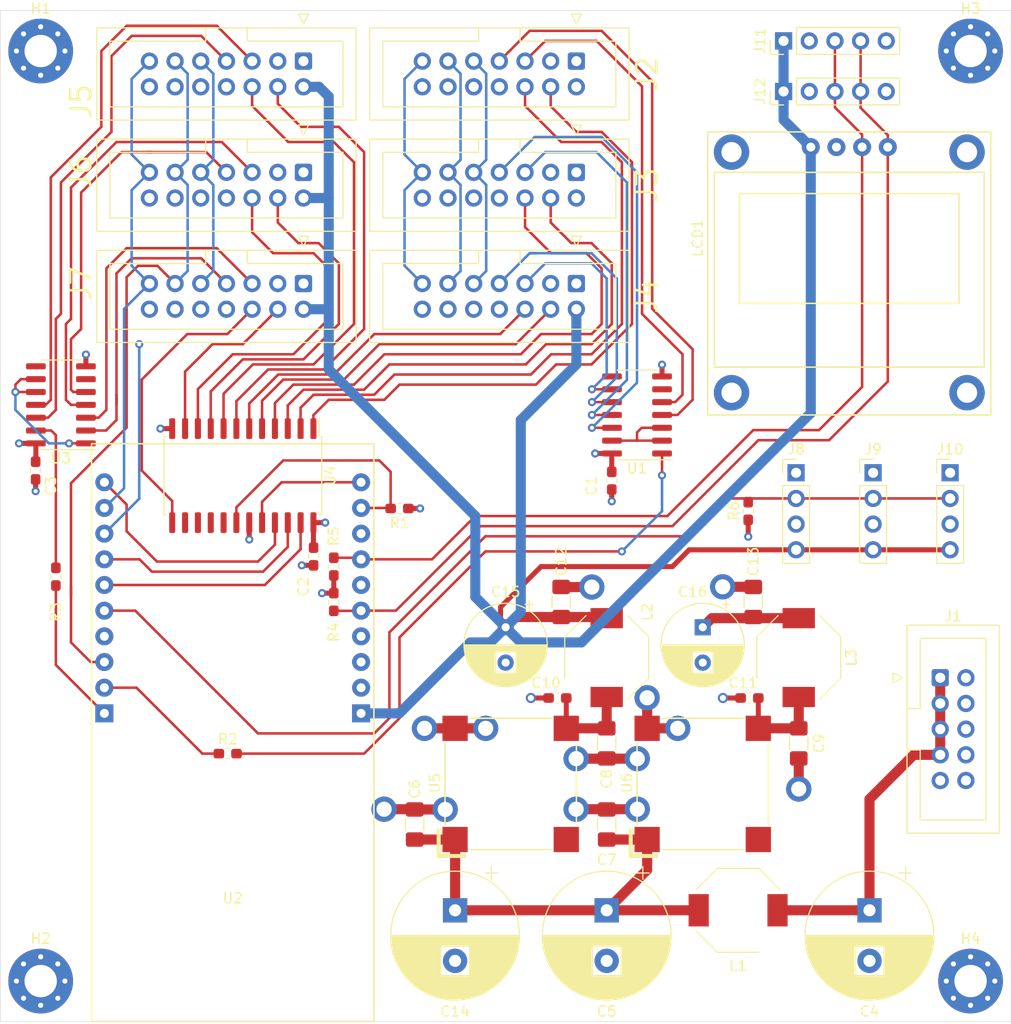
<source format=kicad_pcb>
(kicad_pcb (version 20171130) (host pcbnew "(5.1.6)-1")
  (layers (0 F.Cu signal) (1 In1.Cu signal) (2 In2.Cu signal) (31 B.Cu signal) (34 B.Paste user hide) (35 F.Paste user hide) (36 B.SilkS user hide) (37 F.SilkS user) (38 B.Mask user hide) (39 F.Mask user hide) (44 Edge.Cuts user))
  (net 0 "")
  (net 1 GND)
  (net 2 +3V3)
  (net 3 "Net-(J1-Pad2)")
  (net 4 "Net-(J1-Pad9)")
  (net 5 +9V)
  (net 6 "Net-(R1-Pad2)")
  (net 7 "Net-(R2-Pad2)")
  (net 8 "Net-(R2-Pad1)")
  (net 9 "Net-(U1-Pad13)")
  (net 10 "Net-(U2-Pad20)")
  (net 11 "Net-(U2-Pad17)")
  (net 12 "Net-(U2-Pad16)")
  (net 13 "Net-(U2-Pad14)")
  (net 14 "Net-(U2-Pad10)")
  (net 15 "Net-(U2-Pad8)")
  (net 16 "Net-(U2-Pad6)")
  (net 17 "Net-(U2-Pad4)")
  (net 18 "Net-(U4-Pad17)")
  (net 19 "Net-(U4-Pad16)")
  (net 20 "Net-(U4-Pad15)")
  (net 21 "Net-(U4-Pad14)")
  (net 22 "Net-(R3-Pad2)")
  (net 23 "Net-(R3-Pad1)")
  (net 24 "Net-(U2-Pad2)")
  (net 25 "Net-(C10-Pad1)")
  (net 26 "Net-(C11-Pad1)")
  (net 27 +5V)
  (net 28 "Net-(U5-Pad4)")
  (net 29 "Net-(U6-Pad4)")
  (net 30 "Net-(C14-Pad1)")
  (net 31 /ESP1/~CS_2)
  (net 32 /ESP1/~CS_1)
  (net 33 /ESP1/SCLK)
  (net 34 /ESP1/MISO)
  (net 35 /ESP1/MOSI)
  (net 36 /ESP1/IRQ_2)
  (net 37 /ESP1/IRQ_1)
  (net 38 /ESP1/~CS_4)
  (net 39 /ESP1/~CS_3)
  (net 40 /ESP1/IRQ_4)
  (net 41 /ESP1/IRQ_3)
  (net 42 /ESP1/~CS_6)
  (net 43 /ESP1/~CS_5)
  (net 44 /ESP1/IRQ_6)
  (net 45 /ESP1/IRQ_5)
  (net 46 /ESP1/~CS_8)
  (net 47 /ESP1/~CS_7)
  (net 48 /ESP1/IRQ_8)
  (net 49 /ESP1/IRQ_7)
  (net 50 /ESP1/~CS_10)
  (net 51 /ESP1/~CS_9)
  (net 52 /ESP1/IRQ_10)
  (net 53 /ESP1/IRQ_9)
  (net 54 /ESP1/~CS_12)
  (net 55 /ESP1/~CS_11)
  (net 56 /ESP1/IRQ_12)
  (net 57 /ESP1/IRQ_11)
  (net 58 "Net-(U3-Pad1)")
  (net 59 "Net-(J10-Pad2)")
  (net 60 "Net-(J11-Pad4)")
  (net 61 "Net-(J11-Pad3)")
  (module Connector_PinHeader_2.54mm:PinHeader_1x05_P2.54mm_Vertical (layer F.Cu) (at 117.5 48 90)
    (fp_text reference J12 (at 0 -2.33 90) (layer F.SilkS))
    (fp_text value Conn_01x05)
    (pad 5 thru_hole oval (at 0 10.16 90) (size 1.7 1.7) (drill 1) (layers *.Cu *.Mask) (net 1 GND))
    (pad 4 thru_hole oval (at 0 7.62 90) (size 1.7 1.7) (drill 1) (layers *.Cu *.Mask) (net 60 "Net-(J11-Pad4)"))
    (pad 3 thru_hole oval (at 0 5.08 90) (size 1.7 1.7) (drill 1) (layers *.Cu *.Mask) (net 61 "Net-(J11-Pad3)"))
    (pad 2 thru_hole oval (at 0 2.54 90) (size 1.7 1.7) (drill 1) (layers *.Cu *.Mask) (net 2 +3V3))
    (pad 1 thru_hole rect (at 0 0 90) (size 1.7 1.7) (drill 1) (layers *.Cu *.Mask) (net 27 +5V))
  )
  (module Connector_PinHeader_2.54mm:PinHeader_1x05_P2.54mm_Vertical (layer F.Cu) (at 117.5 43 90)
    (fp_text reference J11 (at 0 -2.33 90) (layer F.SilkS))
    (fp_text value Conn_01x05)
    (pad 5 thru_hole oval (at 0 10.16 90) (size 1.7 1.7) (drill 1) (layers *.Cu *.Mask) (net 1 GND))
    (pad 4 thru_hole oval (at 0 7.62 90) (size 1.7 1.7) (drill 1) (layers *.Cu *.Mask) (net 60 "Net-(J11-Pad4)"))
    (pad 3 thru_hole oval (at 0 5.08 90) (size 1.7 1.7) (drill 1) (layers *.Cu *.Mask) (net 61 "Net-(J11-Pad3)"))
    (pad 2 thru_hole oval (at 0 2.54 90) (size 1.7 1.7) (drill 1) (layers *.Cu *.Mask) (net 2 +3V3))
    (pad 1 thru_hole rect (at 0 0 90) (size 1.7 1.7) (drill 1) (layers *.Cu *.Mask) (net 27 +5V))
  )
  (module Resistor_SMD:R_0603_1608Metric_Pad1.05x0.95mm_HandSolder (layer F.Cu) (at 114 89.5 90)
    (fp_text reference R6 (at 0 -1.43 90) (layer F.SilkS))
    (fp_text value 10K)
    (pad 2 smd roundrect (at 0.875 0 90) (size 1.05 0.95) (layers F.Cu F.Paste F.Mask) (net 59 "Net-(J10-Pad2)"))
    (pad 1 smd roundrect (at -0.875 0 90) (size 1.05 0.95) (layers F.Cu F.Paste F.Mask) (net 2 +3V3))
  )
  (module Connector_PinHeader_2.54mm:PinHeader_1x04_P2.54mm_Vertical (layer F.Cu) (at 133.98 85.72)
    (fp_text reference J10 (at 0 -2.33) (layer F.SilkS))
    (fp_text value Conn_01x04)
    (pad 4 thru_hole oval (at 0 7.62) (size 1.7 1.7) (drill 1) (layers *.Cu *.Mask) (net 27 +5V))
    (pad 3 thru_hole oval (at 0 5.08) (size 1.7 1.7) (drill 1) (layers *.Cu *.Mask) (net 2 +3V3))
    (pad 2 thru_hole oval (at 0 2.54) (size 1.7 1.7) (drill 1) (layers *.Cu *.Mask) (net 59 "Net-(J10-Pad2)"))
    (pad 1 thru_hole rect (at 0 0) (size 1.7 1.7) (drill 1) (layers *.Cu *.Mask) (net 1 GND))
  )
  (module Connector_PinHeader_2.54mm:PinHeader_1x04_P2.54mm_Vertical (layer F.Cu) (at 126.36 85.72)
    (fp_text reference J9 (at 0 -2.33) (layer F.SilkS))
    (fp_text value Conn_01x04)
    (pad 4 thru_hole oval (at 0 7.62) (size 1.7 1.7) (drill 1) (layers *.Cu *.Mask) (net 27 +5V))
    (pad 3 thru_hole oval (at 0 5.08) (size 1.7 1.7) (drill 1) (layers *.Cu *.Mask) (net 2 +3V3))
    (pad 2 thru_hole oval (at 0 2.54) (size 1.7 1.7) (drill 1) (layers *.Cu *.Mask) (net 59 "Net-(J10-Pad2)"))
    (pad 1 thru_hole rect (at 0 0) (size 1.7 1.7) (drill 1) (layers *.Cu *.Mask) (net 1 GND))
  )
  (module Connector_PinHeader_2.54mm:PinHeader_1x04_P2.54mm_Vertical (layer F.Cu) (at 118.74 85.72)
    (fp_text reference J8 (at 0 -2.33) (layer F.SilkS))
    (fp_text value Conn_01x04)
    (pad 4 thru_hole oval (at 0 7.62) (size 1.7 1.7) (drill 1) (layers *.Cu *.Mask) (net 27 +5V))
    (pad 3 thru_hole oval (at 0 5.08) (size 1.7 1.7) (drill 1) (layers *.Cu *.Mask) (net 2 +3V3))
    (pad 2 thru_hole oval (at 0 2.54) (size 1.7 1.7) (drill 1) (layers *.Cu *.Mask) (net 59 "Net-(J10-Pad2)"))
    (pad 1 thru_hole rect (at 0 0) (size 1.7 1.7) (drill 1) (layers *.Cu *.Mask) (net 1 GND))
  )
  (module Resistor_SMD:R_0603_1608Metric_Pad1.05x0.95mm_HandSolder (layer F.Cu) (at 73 95 90)
    (fp_text reference R5 (at 3 0 90) (layer F.SilkS))
    (fp_text value 2.2K)
    (pad 2 smd roundrect (at 0.875 0 90) (size 1.05 0.95) (layers F.Cu F.Paste F.Mask) (net 61 "Net-(J11-Pad3)"))
    (pad 1 smd roundrect (at -0.875 0 90) (size 1.05 0.95) (layers F.Cu F.Paste F.Mask) (net 2 +3V3))
  )
  (module Resistor_SMD:R_0603_1608Metric_Pad1.05x0.95mm_HandSolder (layer F.Cu) (at 73 98.5 270)
    (fp_text reference R4 (at 3 0 90) (layer F.SilkS))
    (fp_text value 2.2K)
    (pad 2 smd roundrect (at 0.875 0 270) (size 1.05 0.95) (layers F.Cu F.Paste F.Mask) (net 60 "Net-(J11-Pad4)"))
    (pad 1 smd roundrect (at -0.875 0 270) (size 1.05 0.95) (layers F.Cu F.Paste F.Mask) (net 2 +3V3))
  )
  (module custom:12864-DISP-I2C (layer F.Cu) (at 124 53.5)
    (fp_text reference LCD1 (at -15 9 90) (layer F.SilkS))
    (fp_text value 0.96"-SSD1306-DISP-I2C)
    (pad 1 thru_hole circle (at -3.81 0) (size 1.778 1.778) (drill 0.889) (layers *.Cu *.Mask) (net 27 +5V))
    (pad 2 thru_hole circle (at -1.27 0) (size 1.778 1.778) (drill 0.889) (layers *.Cu *.Mask) (net 1 GND))
    (pad 3 thru_hole circle (at 1.27 0) (size 1.778 1.778) (drill 0.889) (layers *.Cu *.Mask) (net 61 "Net-(J11-Pad3)"))
    (pad 4 thru_hole circle (at 3.81 0) (size 1.778 1.778) (drill 0.889) (layers *.Cu *.Mask) (net 60 "Net-(J11-Pad4)"))
    (pad 8 thru_hole circle (at 11.65 0.5) (size 3.5 3.5) (drill 2) (layers *.Cu *.Mask))
    (pad 8 thru_hole circle (at -11.65 0.5) (size 3.5 3.5) (drill 2) (layers *.Cu *.Mask))
    (pad 8 thru_hole circle (at -11.65 24.3) (size 3.5 3.5) (drill 2) (layers *.Cu *.Mask))
    (pad 8 thru_hole circle (at 11.65 24.3 90) (size 3.5 3.5) (drill 2) (layers *.Cu *.Mask))
  )
  (module Capacitor_THT:CP_Radial_D8.0mm_P3.50mm (layer F.Cu) (at 109.5 101 270)
    (fp_text reference C16 (at -3.5 1 180) (layer F.SilkS))
    (fp_text value CP1)
    (pad 2 thru_hole circle (at 3.5 0 270) (size 1.6 1.6) (drill 0.8) (layers *.Cu *.Mask) (net 1 GND))
    (pad 1 thru_hole rect (at 0 0 270) (size 1.6 1.6) (drill 0.8) (layers *.Cu *.Mask) (net 2 +3V3))
  )
  (module Capacitor_THT:CP_Radial_D8.0mm_P3.50mm (layer F.Cu) (at 90 101 270)
    (fp_text reference C15 (at -3.5 0 180) (layer F.SilkS))
    (fp_text value CP1)
    (pad 2 thru_hole circle (at 3.5 0 270) (size 1.6 1.6) (drill 0.8) (layers *.Cu *.Mask) (net 1 GND))
    (pad 1 thru_hole rect (at 0 0 270) (size 1.6 1.6) (drill 0.8) (layers *.Cu *.Mask) (net 27 +5V))
  )
  (module Capacitor_THT:CP_Radial_D12.5mm_P5.00mm (layer F.Cu) (at 85 129 270)
    (fp_text reference C14 (at 10 0 180) (layer F.SilkS))
    (fp_text value CP1)
    (pad 2 thru_hole circle (at 5 0 270) (size 2.4 2.4) (drill 1.2) (layers *.Cu *.Mask) (net 1 GND))
    (pad 1 thru_hole rect (at 0 0 270) (size 2.4 2.4) (drill 1.2) (layers *.Cu *.Mask) (net 30 "Net-(C14-Pad1)"))
  )
  (module custom:VXO78x-500-M (layer F.Cu) (at 109.5 116.5 90)
    (fp_text reference U6 (at 0.1 -7.5 90) (layer F.SilkS))
    (fp_text value VXO7803-500-M)
    (pad 4 smd rect (at -5.5 5.5 90) (size 2.5 2.5) (layers F.Cu F.Paste F.Mask) (net 29 "Net-(U6-Pad4)"))
    (pad 3 smd rect (at 5.5 5.5 90) (size 2.5 2.5) (layers F.Cu F.Paste F.Mask) (net 26 "Net-(C11-Pad1)"))
    (pad 2 smd rect (at 5.5 -5.5 90) (size 2.5 2.5) (layers F.Cu F.Paste F.Mask) (net 1 GND))
    (pad 1 smd rect (at -5.5 -5.5 90) (size 2.5 2.5) (layers F.Cu F.Paste F.Mask) (net 30 "Net-(C14-Pad1)"))
  )
  (module custom:VXO78x-500-M (layer F.Cu) (at 90.5 116.5 90)
    (fp_text reference U5 (at 0.1 -7.5 90) (layer F.SilkS))
    (fp_text value VXO7805-500-M)
    (pad 4 smd rect (at -5.5 5.5 90) (size 2.5 2.5) (layers F.Cu F.Paste F.Mask) (net 28 "Net-(U5-Pad4)"))
    (pad 3 smd rect (at 5.5 5.5 90) (size 2.5 2.5) (layers F.Cu F.Paste F.Mask) (net 25 "Net-(C10-Pad1)"))
    (pad 2 smd rect (at 5.5 -5.5 90) (size 2.5 2.5) (layers F.Cu F.Paste F.Mask) (net 1 GND))
    (pad 1 smd rect (at -5.5 -5.5 90) (size 2.5 2.5) (layers F.Cu F.Paste F.Mask) (net 30 "Net-(C14-Pad1)"))
  )
  (module Inductor_SMD:L_Bourns-SRU8028_8.0x8.0mm (layer F.Cu) (at 119 104 90)
    (fp_text reference L3 (at 0 5.2 90) (layer F.SilkS))
    (fp_text value "47 uH")
    (pad 2 smd rect (at 3.9 0 90) (size 2 3.2) (layers F.Cu F.Paste F.Mask) (net 2 +3V3))
    (pad 1 smd rect (at -3.9 0 90) (size 2 3.2) (layers F.Cu F.Paste F.Mask) (net 26 "Net-(C11-Pad1)"))
  )
  (module Inductor_SMD:L_Bourns-SRU8028_8.0x8.0mm (layer F.Cu) (at 100 104 90)
    (fp_text reference L2 (at 4.5 4 90) (layer F.SilkS))
    (fp_text value "47 uH")
    (pad 2 smd rect (at 3.9 0 90) (size 2 3.2) (layers F.Cu F.Paste F.Mask) (net 27 +5V))
    (pad 1 smd rect (at -3.9 0 90) (size 2 3.2) (layers F.Cu F.Paste F.Mask) (net 25 "Net-(C10-Pad1)"))
  )
  (module Inductor_SMD:L_Bourns-SRU8028_8.0x8.0mm (layer F.Cu) (at 113 129 180)
    (fp_text reference L1 (at 0 -5.5) (layer F.SilkS))
    (fp_text value "47 uH")
    (pad 2 smd rect (at 3.9 0 180) (size 2 3.2) (layers F.Cu F.Paste F.Mask) (net 30 "Net-(C14-Pad1)"))
    (pad 1 smd rect (at -3.9 0 180) (size 2 3.2) (layers F.Cu F.Paste F.Mask) (net 5 +9V))
  )
  (module Capacitor_SMD:C_1206_3216Metric_Pad1.42x1.75mm_HandSolder (layer F.Cu) (at 114.5 98.5 90)
    (fp_text reference C13 (at 4 0 90) (layer F.SilkS))
    (fp_text value "22 uF")
    (pad 2 smd roundrect (at 1.4875 0 90) (size 1.425 1.75) (layers F.Cu F.Paste F.Mask) (roundrect_rratio 0.175439) (net 1 GND))
    (pad 1 smd roundrect (at -1.4875 0 90) (size 1.425 1.75) (layers F.Cu F.Paste F.Mask) (roundrect_rratio 0.175439) (net 2 +3V3))
  )
  (module Capacitor_SMD:C_1206_3216Metric_Pad1.42x1.75mm_HandSolder (layer F.Cu) (at 95.5 98.5 90)
    (fp_text reference C12 (at 4 0 90) (layer F.SilkS))
    (fp_text value "22 uF")
    (pad 2 smd roundrect (at 1.4875 0 90) (size 1.425 1.75) (layers F.Cu F.Paste F.Mask) (roundrect_rratio 0.175439) (net 1 GND))
    (pad 1 smd roundrect (at -1.4875 0 90) (size 1.425 1.75) (layers F.Cu F.Paste F.Mask) (roundrect_rratio 0.175439) (net 27 +5V))
  )
  (module Capacitor_SMD:C_0603_1608Metric_Pad1.05x0.95mm_HandSolder (layer F.Cu) (at 114.125 108 180)
    (fp_text reference C11 (at 0.625 1.5) (layer F.SilkS))
    (fp_text value "0.1 uF")
    (pad 2 smd roundrect (at 0.875 0 180) (size 1.05 0.95) (layers F.Cu F.Paste F.Mask) (net 1 GND))
    (pad 1 smd roundrect (at -0.875 0 180) (size 1.05 0.95) (layers F.Cu F.Paste F.Mask) (net 26 "Net-(C11-Pad1)"))
  )
  (module Capacitor_SMD:C_0603_1608Metric_Pad1.05x0.95mm_HandSolder (layer F.Cu) (at 95.125 108 180)
    (fp_text reference C10 (at 1.125 1.5) (layer F.SilkS))
    (fp_text value "0.1 uF")
    (pad 2 smd roundrect (at 0.875 0 180) (size 1.05 0.95) (layers F.Cu F.Paste F.Mask) (net 1 GND))
    (pad 1 smd roundrect (at -0.875 0 180) (size 1.05 0.95) (layers F.Cu F.Paste F.Mask) (net 25 "Net-(C10-Pad1)"))
  )
  (module Capacitor_SMD:C_1206_3216Metric_Pad1.42x1.75mm_HandSolder (layer F.Cu) (at 119 112.4875 270)
    (fp_text reference C9 (at 0 -2 90) (layer F.SilkS))
    (fp_text value "22 uF")
    (pad 2 smd roundrect (at 1.4875 0 270) (size 1.425 1.75) (layers F.Cu F.Paste F.Mask) (roundrect_rratio 0.175439) (net 1 GND))
    (pad 1 smd roundrect (at -1.4875 0 270) (size 1.425 1.75) (layers F.Cu F.Paste F.Mask) (roundrect_rratio 0.175439) (net 26 "Net-(C11-Pad1)"))
  )
  (module Capacitor_SMD:C_1206_3216Metric_Pad1.42x1.75mm_HandSolder (layer F.Cu) (at 100 112.4875 270)
    (fp_text reference C8 (at 3.5125 0 90) (layer F.SilkS))
    (fp_text value "22 uF")
    (pad 2 smd roundrect (at 1.4875 0 270) (size 1.425 1.75) (layers F.Cu F.Paste F.Mask) (roundrect_rratio 0.175439) (net 1 GND))
    (pad 1 smd roundrect (at -1.4875 0 270) (size 1.425 1.75) (layers F.Cu F.Paste F.Mask) (roundrect_rratio 0.175439) (net 25 "Net-(C10-Pad1)"))
  )
  (module Capacitor_SMD:C_1206_3216Metric_Pad1.42x1.75mm_HandSolder (layer F.Cu) (at 100 120.5125 90)
    (fp_text reference C7 (at -3.4875 0 180) (layer F.SilkS))
    (fp_text value "10 uF, 35V")
    (pad 2 smd roundrect (at 1.4875 0 90) (size 1.425 1.75) (layers F.Cu F.Paste F.Mask) (roundrect_rratio 0.175439) (net 1 GND))
    (pad 1 smd roundrect (at -1.4875 0 90) (size 1.425 1.75) (layers F.Cu F.Paste F.Mask) (roundrect_rratio 0.175439) (net 30 "Net-(C14-Pad1)"))
  )
  (module Capacitor_SMD:C_1206_3216Metric_Pad1.42x1.75mm_HandSolder (layer F.Cu) (at 81 120.5125 90)
    (fp_text reference C6 (at 3.5125 0 90) (layer F.SilkS))
    (fp_text value "10 uF, 35V")
    (pad 2 smd roundrect (at 1.4875 0 90) (size 1.425 1.75) (layers F.Cu F.Paste F.Mask) (roundrect_rratio 0.175439) (net 1 GND))
    (pad 1 smd roundrect (at -1.4875 0 90) (size 1.425 1.75) (layers F.Cu F.Paste F.Mask) (roundrect_rratio 0.175439) (net 30 "Net-(C14-Pad1)"))
  )
  (module Capacitor_THT:CP_Radial_D12.5mm_P5.00mm (layer F.Cu) (at 100 129 270)
    (fp_text reference C5 (at 10 0 180) (layer F.SilkS))
    (fp_text value CP1)
    (pad 2 thru_hole circle (at 5 0 270) (size 2.4 2.4) (drill 1.2) (layers *.Cu *.Mask) (net 1 GND))
    (pad 1 thru_hole rect (at 0 0 270) (size 2.4 2.4) (drill 1.2) (layers *.Cu *.Mask) (net 30 "Net-(C14-Pad1)"))
  )
  (module Capacitor_THT:CP_Radial_D12.5mm_P5.00mm (layer F.Cu) (at 126 129 270)
    (fp_text reference C4 (at 10 0 180) (layer F.SilkS))
    (fp_text value CP1)
    (pad 1 thru_hole rect (at 0 0 270) (size 2.4 2.4) (drill 1.2) (layers *.Cu *.Mask) (net 5 +9V))
    (pad 2 thru_hole circle (at 5 0 270) (size 2.4 2.4) (drill 1.2) (layers *.Cu *.Mask) (net 1 GND))
  )
  (module Resistor_SMD:R_0603_1608Metric_Pad1.05x0.95mm_HandSolder (layer F.Cu) (at 45.5 96 90)
    (fp_text reference R3 (at -3.5 0 90) (layer F.SilkS))
    (fp_text value 330R)
    (pad 2 smd roundrect (at 0.875 0 90) (size 1.05 0.95) (layers F.Cu F.Paste F.Mask) (net 22 "Net-(R3-Pad2)"))
    (pad 1 smd roundrect (at -0.875 0 90) (size 1.05 0.95) (layers F.Cu F.Paste F.Mask) (net 23 "Net-(R3-Pad1)"))
  )
  (module Package_SO:SOIC-24W_7.5x15.4mm_P1.27mm (layer F.Cu) (at 64 86 270)
    (fp_text reference U4 (at 0 -8.65 90) (layer F.SilkS))
    (fp_text value 4072)
    (pad 24 smd roundrect (at 4.65 -6.985 270) (size 2.05 0.6) (layers F.Cu F.Paste F.Mask) (net 2 +3V3))
    (pad 23 smd roundrect (at 4.65 -5.715 270) (size 2.05 0.6) (layers F.Cu F.Paste F.Mask) (net 12 "Net-(U2-Pad16)"))
    (pad 22 smd roundrect (at 4.65 -4.445 270) (size 2.05 0.6) (layers F.Cu F.Paste F.Mask) (net 11 "Net-(U2-Pad17)"))
    (pad 21 smd roundrect (at 4.65 -3.175 270) (size 2.05 0.6) (layers F.Cu F.Paste F.Mask) (net 10 "Net-(U2-Pad20)"))
    (pad 20 smd roundrect (at 4.65 -1.905 270) (size 2.05 0.6) (layers F.Cu F.Paste F.Mask) (net 14 "Net-(U2-Pad10)"))
    (pad 19 smd roundrect (at 4.65 -0.635 270) (size 2.05 0.6) (layers F.Cu F.Paste F.Mask) (net 1 GND))
    (pad 18 smd roundrect (at 4.65 0.635 270) (size 2.05 0.6) (layers F.Cu F.Paste F.Mask) (net 6 "Net-(R1-Pad2)"))
    (pad 17 smd roundrect (at 4.65 1.905 270) (size 2.05 0.6) (layers F.Cu F.Paste F.Mask) (net 18 "Net-(U4-Pad17)"))
    (pad 16 smd roundrect (at 4.65 3.175 270) (size 2.05 0.6) (layers F.Cu F.Paste F.Mask) (net 19 "Net-(U4-Pad16)"))
    (pad 15 smd roundrect (at 4.65 4.445 270) (size 2.05 0.6) (layers F.Cu F.Paste F.Mask) (net 20 "Net-(U4-Pad15)"))
    (pad 14 smd roundrect (at 4.65 5.715 270) (size 2.05 0.6) (layers F.Cu F.Paste F.Mask) (net 21 "Net-(U4-Pad14)"))
    (pad 13 smd roundrect (at 4.65 6.985 270) (size 2.05 0.6) (layers F.Cu F.Paste F.Mask) (net 54 /ESP1/~CS_12))
    (pad 12 smd roundrect (at -4.65 6.985 270) (size 2.05 0.6) (layers F.Cu F.Paste F.Mask) (net 1 GND))
    (pad 11 smd roundrect (at -4.65 5.715 270) (size 2.05 0.6) (layers F.Cu F.Paste F.Mask) (net 55 /ESP1/~CS_11))
    (pad 10 smd roundrect (at -4.65 4.445 270) (size 2.05 0.6) (layers F.Cu F.Paste F.Mask) (net 50 /ESP1/~CS_10))
    (pad 9 smd roundrect (at -4.65 3.175 270) (size 2.05 0.6) (layers F.Cu F.Paste F.Mask) (net 51 /ESP1/~CS_9))
    (pad 8 smd roundrect (at -4.65 1.905 270) (size 2.05 0.6) (layers F.Cu F.Paste F.Mask) (net 46 /ESP1/~CS_8))
    (pad 7 smd roundrect (at -4.65 0.635 270) (size 2.05 0.6) (layers F.Cu F.Paste F.Mask) (net 47 /ESP1/~CS_7))
    (pad 6 smd roundrect (at -4.65 -0.635 270) (size 2.05 0.6) (layers F.Cu F.Paste F.Mask) (net 42 /ESP1/~CS_6))
    (pad 5 smd roundrect (at -4.65 -1.905 270) (size 2.05 0.6) (layers F.Cu F.Paste F.Mask) (net 43 /ESP1/~CS_5))
    (pad 4 smd roundrect (at -4.65 -3.175 270) (size 2.05 0.6) (layers F.Cu F.Paste F.Mask) (net 38 /ESP1/~CS_4))
    (pad 3 smd roundrect (at -4.65 -4.445 270) (size 2.05 0.6) (layers F.Cu F.Paste F.Mask) (net 39 /ESP1/~CS_3))
    (pad 2 smd roundrect (at -4.65 -5.715 270) (size 2.05 0.6) (layers F.Cu F.Paste F.Mask) (net 31 /ESP1/~CS_2))
    (pad 1 smd roundrect (at -4.65 -6.985 270) (size 2.05 0.6) (layers F.Cu F.Paste F.Mask) (net 32 /ESP1/~CS_1))
  )
  (module Package_SO:SOIC-14_3.9x8.7mm_P1.27mm (layer F.Cu) (at 46 79 180)
    (fp_text reference U3 (at 0 -5.28) (layer F.SilkS))
    (fp_text value 4072)
    (pad 1 smd roundrect (at -2.475 -3.81 180) (size 1.95 0.6) (layers F.Cu F.Paste F.Mask) (net 58 "Net-(U3-Pad1)"))
    (pad 2 smd roundrect (at -2.475 -2.54 180) (size 1.95 0.6) (layers F.Cu F.Paste F.Mask) (net 56 /ESP1/IRQ_12))
    (pad 3 smd roundrect (at -2.475 -1.27 180) (size 1.95 0.6) (layers F.Cu F.Paste F.Mask) (net 57 /ESP1/IRQ_11))
    (pad 4 smd roundrect (at -2.475 0 180) (size 1.95 0.6) (layers F.Cu F.Paste F.Mask) (net 53 /ESP1/IRQ_9))
    (pad 5 smd roundrect (at -2.475 1.27 180) (size 1.95 0.6) (layers F.Cu F.Paste F.Mask) (net 52 /ESP1/IRQ_10))
    (pad 6 smd roundrect (at -2.475 2.54 180) (size 1.95 0.6) (layers F.Cu F.Paste F.Mask))
    (pad 7 smd roundrect (at -2.475 3.81 180) (size 1.95 0.6) (layers F.Cu F.Paste F.Mask) (net 1 GND))
    (pad 8 smd roundrect (at 2.475 3.81 180) (size 1.95 0.6) (layers F.Cu F.Paste F.Mask))
    (pad 9 smd roundrect (at 2.475 2.54 180) (size 1.95 0.6) (layers F.Cu F.Paste F.Mask) (net 58 "Net-(U3-Pad1)"))
    (pad 10 smd roundrect (at 2.475 1.27 180) (size 1.95 0.6) (layers F.Cu F.Paste F.Mask) (net 58 "Net-(U3-Pad1)"))
    (pad 11 smd roundrect (at 2.475 0 180) (size 1.95 0.6) (layers F.Cu F.Paste F.Mask) (net 49 /ESP1/IRQ_7))
    (pad 12 smd roundrect (at 2.475 -1.27 180) (size 1.95 0.6) (layers F.Cu F.Paste F.Mask) (net 48 /ESP1/IRQ_8))
    (pad 13 smd roundrect (at 2.475 -2.54 180) (size 1.95 0.6) (layers F.Cu F.Paste F.Mask) (net 22 "Net-(R3-Pad2)"))
    (pad 14 smd roundrect (at 2.475 -3.81 180) (size 1.95 0.6) (layers F.Cu F.Paste F.Mask) (net 2 +3V3))
  )
  (module "Energy Monitor - ESP32 PCB:ESP32-POE" (layer F.Cu) (at 63 140)
    (fp_text reference U2 (at 0 -12.2) (layer F.SilkS))
    (fp_text value "ESP32-POE Module")
    (pad 20 thru_hole circle (at -12.7 -53.34) (size 1.778 1.778) (drill 0.889) (layers *.Cu *.Mask) (net 10 "Net-(U2-Pad20)"))
    (pad 19 thru_hole circle (at -12.7 -50.8) (size 1.778 1.778) (drill 0.889) (layers *.Cu *.Mask) (net 33 /ESP1/SCLK))
    (pad 18 thru_hole circle (at -12.7 -48.26) (size 1.778 1.778) (drill 0.889) (layers *.Cu *.Mask) (net 35 /ESP1/MOSI))
    (pad 17 thru_hole circle (at -12.7 -45.72) (size 1.778 1.778) (drill 0.889) (layers *.Cu *.Mask) (net 11 "Net-(U2-Pad17)"))
    (pad 16 thru_hole circle (at -12.7 -43.18) (size 1.778 1.778) (drill 0.889) (layers *.Cu *.Mask) (net 12 "Net-(U2-Pad16)"))
    (pad 15 thru_hole circle (at -12.7 -40.64) (size 1.778 1.778) (drill 0.889) (layers *.Cu *.Mask) (net 59 "Net-(J10-Pad2)"))
    (pad 14 thru_hole circle (at -12.7 -38.1) (size 1.778 1.778) (drill 0.889) (layers *.Cu *.Mask) (net 13 "Net-(U2-Pad14)"))
    (pad 13 thru_hole circle (at -12.7 -35.56) (size 1.778 1.778) (drill 0.889) (layers *.Cu *.Mask) (net 34 /ESP1/MISO))
    (pad 12 thru_hole circle (at -12.7 -33.02) (size 1.778 1.778) (drill 0.889) (layers *.Cu *.Mask) (net 8 "Net-(R2-Pad1)"))
    (pad 11 thru_hole rect (at -12.7 -30.48) (size 1.778 1.778) (drill 0.889) (layers *.Cu *.Mask) (net 23 "Net-(R3-Pad1)"))
    (pad 10 thru_hole circle (at 12.7 -53.34) (size 1.778 1.778) (drill 0.889) (layers *.Cu *.Mask) (net 14 "Net-(U2-Pad10)"))
    (pad 9 thru_hole circle (at 12.7 -50.8) (size 1.778 1.778) (drill 0.889) (layers *.Cu *.Mask) (net 6 "Net-(R1-Pad2)"))
    (pad 8 thru_hole circle (at 12.7 -48.26) (size 1.778 1.778) (drill 0.889) (layers *.Cu *.Mask) (net 15 "Net-(U2-Pad8)"))
    (pad 7 thru_hole circle (at 12.7 -45.72) (size 1.778 1.778) (drill 0.889) (layers *.Cu *.Mask) (net 61 "Net-(J11-Pad3)"))
    (pad 6 thru_hole circle (at 12.7 -43.18) (size 1.778 1.778) (drill 0.889) (layers *.Cu *.Mask) (net 16 "Net-(U2-Pad6)"))
    (pad 5 thru_hole circle (at 12.7 -40.64) (size 1.778 1.778) (drill 0.889) (layers *.Cu *.Mask) (net 60 "Net-(J11-Pad4)"))
    (pad 4 thru_hole circle (at 12.7 -38.1) (size 1.778 1.778) (drill 0.889) (layers *.Cu *.Mask) (net 17 "Net-(U2-Pad4)"))
    (pad 3 thru_hole circle (at 12.7 -35.56) (size 1.778 1.778) (drill 0.889) (layers *.Cu *.Mask) (net 1 GND))
    (pad 2 thru_hole circle (at 12.7 -33.02) (size 1.778 1.778) (drill 0.889) (layers *.Cu *.Mask) (net 24 "Net-(U2-Pad2)"))
    (pad 1 thru_hole rect (at 12.7 -30.48) (size 1.778 1.778) (drill 0.889) (layers *.Cu *.Mask) (net 27 +5V))
  )
  (module Package_SO:SOIC-14_3.9x8.7mm_P1.27mm (layer F.Cu) (at 103 80 180)
    (fp_text reference U1 (at 0 -5.28) (layer F.SilkS))
    (fp_text value 4072)
    (pad 1 smd roundrect (at -2.475 -3.81 180) (size 1.95 0.6) (layers F.Cu F.Paste F.Mask) (net 7 "Net-(R2-Pad2)"))
    (pad 2 smd roundrect (at -2.475 -2.54 180) (size 1.95 0.6) (layers F.Cu F.Paste F.Mask) (net 9 "Net-(U1-Pad13)"))
    (pad 3 smd roundrect (at -2.475 -1.27 180) (size 1.95 0.6) (layers F.Cu F.Paste F.Mask) (net 9 "Net-(U1-Pad13)"))
    (pad 4 smd roundrect (at -2.475 0 180) (size 1.95 0.6) (layers F.Cu F.Paste F.Mask) (net 36 /ESP1/IRQ_2))
    (pad 5 smd roundrect (at -2.475 1.27 180) (size 1.95 0.6) (layers F.Cu F.Paste F.Mask) (net 37 /ESP1/IRQ_1))
    (pad 6 smd roundrect (at -2.475 2.54 180) (size 1.95 0.6) (layers F.Cu F.Paste F.Mask))
    (pad 7 smd roundrect (at -2.475 3.81 180) (size 1.95 0.6) (layers F.Cu F.Paste F.Mask) (net 1 GND))
    (pad 8 smd roundrect (at 2.475 3.81 180) (size 1.95 0.6) (layers F.Cu F.Paste F.Mask))
    (pad 9 smd roundrect (at 2.475 2.54 180) (size 1.95 0.6) (layers F.Cu F.Paste F.Mask) (net 45 /ESP1/IRQ_5))
    (pad 10 smd roundrect (at 2.475 1.27 180) (size 1.95 0.6) (layers F.Cu F.Paste F.Mask) (net 44 /ESP1/IRQ_6))
    (pad 11 smd roundrect (at 2.475 0 180) (size 1.95 0.6) (layers F.Cu F.Paste F.Mask) (net 41 /ESP1/IRQ_3))
    (pad 12 smd roundrect (at 2.475 -1.27 180) (size 1.95 0.6) (layers F.Cu F.Paste F.Mask) (net 40 /ESP1/IRQ_4))
    (pad 13 smd roundrect (at 2.475 -2.54 180) (size 1.95 0.6) (layers F.Cu F.Paste F.Mask) (net 9 "Net-(U1-Pad13)"))
    (pad 14 smd roundrect (at 2.475 -3.81 180) (size 1.95 0.6) (layers F.Cu F.Paste F.Mask) (net 2 +3V3))
  )
  (module Resistor_SMD:R_0603_1608Metric_Pad1.05x0.95mm_HandSolder (layer F.Cu) (at 62.5 113.5)
    (fp_text reference R2 (at 0 -1.43) (layer F.SilkS))
    (fp_text value 330R)
    (pad 2 smd roundrect (at 0.875 0) (size 1.05 0.95) (layers F.Cu F.Paste F.Mask) (net 7 "Net-(R2-Pad2)"))
    (pad 1 smd roundrect (at -0.875 0) (size 1.05 0.95) (layers F.Cu F.Paste F.Mask) (net 8 "Net-(R2-Pad1)"))
  )
  (module Resistor_SMD:R_0603_1608Metric_Pad1.05x0.95mm_HandSolder (layer F.Cu) (at 79.5 89.25 180)
    (fp_text reference R1 (at 0 -1.43) (layer F.SilkS))
    (fp_text value 10K)
    (pad 2 smd roundrect (at 0.875 0 180) (size 1.05 0.95) (layers F.Cu F.Paste F.Mask) (net 6 "Net-(R1-Pad2)"))
    (pad 1 smd roundrect (at -0.875 0 180) (size 1.05 0.95) (layers F.Cu F.Paste F.Mask) (net 2 +3V3))
  )
  (module Connector_IDC:IDC-Header_2x07_P2.54mm_Vertical (layer F.Cu) (at 70 67 270)
    (fp_text reference J7 (at 0 22 90) (layer F.SilkS) (effects (font (size 2 2) (thickness 0.25))))
    (fp_text value Conn_02x07_Odd_Even)
    (pad 14 thru_hole circle (at 2.54 15.24 270) (size 1.7 1.7) (drill 1) (layers *.Cu *.Mask) (net 1 GND))
    (pad 12 thru_hole circle (at 2.54 12.7 270) (size 1.7 1.7) (drill 1) (layers *.Cu *.Mask) (net 1 GND))
    (pad 10 thru_hole circle (at 2.54 10.16 270) (size 1.7 1.7) (drill 1) (layers *.Cu *.Mask) (net 1 GND))
    (pad 8 thru_hole circle (at 2.54 7.62 270) (size 1.7 1.7) (drill 1) (layers *.Cu *.Mask) (net 1 GND))
    (pad 6 thru_hole circle (at 2.54 5.08 270) (size 1.7 1.7) (drill 1) (layers *.Cu *.Mask) (net 54 /ESP1/~CS_12))
    (pad 4 thru_hole circle (at 2.54 2.54 270) (size 1.7 1.7) (drill 1) (layers *.Cu *.Mask) (net 55 /ESP1/~CS_11))
    (pad 2 thru_hole circle (at 2.54 0 270) (size 1.7 1.7) (drill 1) (layers *.Cu *.Mask) (net 27 +5V))
    (pad 13 thru_hole circle (at 0 15.24 270) (size 1.7 1.7) (drill 1) (layers *.Cu *.Mask) (net 33 /ESP1/SCLK))
    (pad 11 thru_hole circle (at 0 12.7 270) (size 1.7 1.7) (drill 1) (layers *.Cu *.Mask) (net 34 /ESP1/MISO))
    (pad 9 thru_hole circle (at 0 10.16 270) (size 1.7 1.7) (drill 1) (layers *.Cu *.Mask) (net 35 /ESP1/MOSI))
    (pad 7 thru_hole circle (at 0 7.62 270) (size 1.7 1.7) (drill 1) (layers *.Cu *.Mask) (net 56 /ESP1/IRQ_12))
    (pad 5 thru_hole circle (at 0 5.08 270) (size 1.7 1.7) (drill 1) (layers *.Cu *.Mask) (net 57 /ESP1/IRQ_11))
    (pad 3 thru_hole circle (at 0 2.54 270) (size 1.7 1.7) (drill 1) (layers *.Cu *.Mask) (net 2 +3V3))
    (pad 1 thru_hole roundrect (at 0 0 270) (size 1.7 1.7) (drill 1) (layers *.Cu *.Mask) (roundrect_rratio 0.147059) (net 2 +3V3))
  )
  (module Connector_IDC:IDC-Header_2x07_P2.54mm_Vertical (layer F.Cu) (at 70 56 270)
    (fp_text reference J6 (at 0 22 90) (layer F.SilkS) (effects (font (size 2 2) (thickness 0.25))))
    (fp_text value Conn_02x07_Odd_Even)
    (pad 14 thru_hole circle (at 2.54 15.24 270) (size 1.7 1.7) (drill 1) (layers *.Cu *.Mask) (net 1 GND))
    (pad 12 thru_hole circle (at 2.54 12.7 270) (size 1.7 1.7) (drill 1) (layers *.Cu *.Mask) (net 1 GND))
    (pad 10 thru_hole circle (at 2.54 10.16 270) (size 1.7 1.7) (drill 1) (layers *.Cu *.Mask) (net 1 GND))
    (pad 8 thru_hole circle (at 2.54 7.62 270) (size 1.7 1.7) (drill 1) (layers *.Cu *.Mask) (net 1 GND))
    (pad 6 thru_hole circle (at 2.54 5.08 270) (size 1.7 1.7) (drill 1) (layers *.Cu *.Mask) (net 50 /ESP1/~CS_10))
    (pad 4 thru_hole circle (at 2.54 2.54 270) (size 1.7 1.7) (drill 1) (layers *.Cu *.Mask) (net 51 /ESP1/~CS_9))
    (pad 2 thru_hole circle (at 2.54 0 270) (size 1.7 1.7) (drill 1) (layers *.Cu *.Mask) (net 27 +5V))
    (pad 13 thru_hole circle (at 0 15.24 270) (size 1.7 1.7) (drill 1) (layers *.Cu *.Mask) (net 33 /ESP1/SCLK))
    (pad 11 thru_hole circle (at 0 12.7 270) (size 1.7 1.7) (drill 1) (layers *.Cu *.Mask) (net 34 /ESP1/MISO))
    (pad 9 thru_hole circle (at 0 10.16 270) (size 1.7 1.7) (drill 1) (layers *.Cu *.Mask) (net 35 /ESP1/MOSI))
    (pad 7 thru_hole circle (at 0 7.62 270) (size 1.7 1.7) (drill 1) (layers *.Cu *.Mask) (net 52 /ESP1/IRQ_10))
    (pad 5 thru_hole circle (at 0 5.08 270) (size 1.7 1.7) (drill 1) (layers *.Cu *.Mask) (net 53 /ESP1/IRQ_9))
    (pad 3 thru_hole circle (at 0 2.54 270) (size 1.7 1.7) (drill 1) (layers *.Cu *.Mask) (net 2 +3V3))
    (pad 1 thru_hole roundrect (at 0 0 270) (size 1.7 1.7) (drill 1) (layers *.Cu *.Mask) (roundrect_rratio 0.147059) (net 2 +3V3))
  )
  (module Connector_IDC:IDC-Header_2x07_P2.54mm_Vertical (layer F.Cu) (at 70 45 270)
    (fp_text reference J5 (at 4 22 90) (layer F.SilkS) (effects (font (size 2 2) (thickness 0.25))))
    (fp_text value Conn_02x07_Odd_Even)
    (pad 14 thru_hole circle (at 2.54 15.24 270) (size 1.7 1.7) (drill 1) (layers *.Cu *.Mask) (net 1 GND))
    (pad 12 thru_hole circle (at 2.54 12.7 270) (size 1.7 1.7) (drill 1) (layers *.Cu *.Mask) (net 1 GND))
    (pad 10 thru_hole circle (at 2.54 10.16 270) (size 1.7 1.7) (drill 1) (layers *.Cu *.Mask) (net 1 GND))
    (pad 8 thru_hole circle (at 2.54 7.62 270) (size 1.7 1.7) (drill 1) (layers *.Cu *.Mask) (net 1 GND))
    (pad 6 thru_hole circle (at 2.54 5.08 270) (size 1.7 1.7) (drill 1) (layers *.Cu *.Mask) (net 46 /ESP1/~CS_8))
    (pad 4 thru_hole circle (at 2.54 2.54 270) (size 1.7 1.7) (drill 1) (layers *.Cu *.Mask) (net 47 /ESP1/~CS_7))
    (pad 2 thru_hole circle (at 2.54 0 270) (size 1.7 1.7) (drill 1) (layers *.Cu *.Mask) (net 27 +5V))
    (pad 13 thru_hole circle (at 0 15.24 270) (size 1.7 1.7) (drill 1) (layers *.Cu *.Mask) (net 33 /ESP1/SCLK))
    (pad 11 thru_hole circle (at 0 12.7 270) (size 1.7 1.7) (drill 1) (layers *.Cu *.Mask) (net 34 /ESP1/MISO))
    (pad 9 thru_hole circle (at 0 10.16 270) (size 1.7 1.7) (drill 1) (layers *.Cu *.Mask) (net 35 /ESP1/MOSI))
    (pad 7 thru_hole circle (at 0 7.62 270) (size 1.7 1.7) (drill 1) (layers *.Cu *.Mask) (net 48 /ESP1/IRQ_8))
    (pad 5 thru_hole circle (at 0 5.08 270) (size 1.7 1.7) (drill 1) (layers *.Cu *.Mask) (net 49 /ESP1/IRQ_7))
    (pad 3 thru_hole circle (at 0 2.54 270) (size 1.7 1.7) (drill 1) (layers *.Cu *.Mask) (net 2 +3V3))
    (pad 1 thru_hole roundrect (at 0 0 270) (size 1.7 1.7) (drill 1) (layers *.Cu *.Mask) (roundrect_rratio 0.147059) (net 2 +3V3))
  )
  (module Connector_IDC:IDC-Header_2x07_P2.54mm_Vertical (layer F.Cu) (at 97 67 270)
    (fp_text reference J4 (at 1.27 -7 90) (layer F.SilkS) (effects (font (size 2 2) (thickness 0.25))))
    (fp_text value Conn_02x07_Odd_Even)
    (pad 14 thru_hole circle (at 2.54 15.24 270) (size 1.7 1.7) (drill 1) (layers *.Cu *.Mask) (net 1 GND))
    (pad 12 thru_hole circle (at 2.54 12.7 270) (size 1.7 1.7) (drill 1) (layers *.Cu *.Mask) (net 1 GND))
    (pad 10 thru_hole circle (at 2.54 10.16 270) (size 1.7 1.7) (drill 1) (layers *.Cu *.Mask) (net 1 GND))
    (pad 8 thru_hole circle (at 2.54 7.62 270) (size 1.7 1.7) (drill 1) (layers *.Cu *.Mask) (net 1 GND))
    (pad 6 thru_hole circle (at 2.54 5.08 270) (size 1.7 1.7) (drill 1) (layers *.Cu *.Mask) (net 42 /ESP1/~CS_6))
    (pad 4 thru_hole circle (at 2.54 2.54 270) (size 1.7 1.7) (drill 1) (layers *.Cu *.Mask) (net 43 /ESP1/~CS_5))
    (pad 2 thru_hole circle (at 2.54 0 270) (size 1.7 1.7) (drill 1) (layers *.Cu *.Mask) (net 27 +5V))
    (pad 13 thru_hole circle (at 0 15.24 270) (size 1.7 1.7) (drill 1) (layers *.Cu *.Mask) (net 33 /ESP1/SCLK))
    (pad 11 thru_hole circle (at 0 12.7 270) (size 1.7 1.7) (drill 1) (layers *.Cu *.Mask) (net 34 /ESP1/MISO))
    (pad 9 thru_hole circle (at 0 10.16 270) (size 1.7 1.7) (drill 1) (layers *.Cu *.Mask) (net 35 /ESP1/MOSI))
    (pad 7 thru_hole circle (at 0 7.62 270) (size 1.7 1.7) (drill 1) (layers *.Cu *.Mask) (net 44 /ESP1/IRQ_6))
    (pad 5 thru_hole circle (at 0 5.08 270) (size 1.7 1.7) (drill 1) (layers *.Cu *.Mask) (net 45 /ESP1/IRQ_5))
    (pad 3 thru_hole circle (at 0 2.54 270) (size 1.7 1.7) (drill 1) (layers *.Cu *.Mask) (net 2 +3V3))
    (pad 1 thru_hole roundrect (at 0 0 270) (size 1.7 1.7) (drill 1) (layers *.Cu *.Mask) (roundrect_rratio 0.147059) (net 2 +3V3))
  )
  (module Connector_IDC:IDC-Header_2x07_P2.54mm_Vertical (layer F.Cu) (at 97 56 270)
    (fp_text reference J3 (at 1.27 -7 90) (layer F.SilkS) (effects (font (size 2 2) (thickness 0.25))))
    (fp_text value Conn_02x07_Odd_Even)
    (pad 14 thru_hole circle (at 2.54 15.24 270) (size 1.7 1.7) (drill 1) (layers *.Cu *.Mask) (net 1 GND))
    (pad 12 thru_hole circle (at 2.54 12.7 270) (size 1.7 1.7) (drill 1) (layers *.Cu *.Mask) (net 1 GND))
    (pad 10 thru_hole circle (at 2.54 10.16 270) (size 1.7 1.7) (drill 1) (layers *.Cu *.Mask) (net 1 GND))
    (pad 8 thru_hole circle (at 2.54 7.62 270) (size 1.7 1.7) (drill 1) (layers *.Cu *.Mask) (net 1 GND))
    (pad 6 thru_hole circle (at 2.54 5.08 270) (size 1.7 1.7) (drill 1) (layers *.Cu *.Mask) (net 38 /ESP1/~CS_4))
    (pad 4 thru_hole circle (at 2.54 2.54 270) (size 1.7 1.7) (drill 1) (layers *.Cu *.Mask) (net 39 /ESP1/~CS_3))
    (pad 2 thru_hole circle (at 2.54 0 270) (size 1.7 1.7) (drill 1) (layers *.Cu *.Mask) (net 27 +5V))
    (pad 13 thru_hole circle (at 0 15.24 270) (size 1.7 1.7) (drill 1) (layers *.Cu *.Mask) (net 33 /ESP1/SCLK))
    (pad 11 thru_hole circle (at 0 12.7 270) (size 1.7 1.7) (drill 1) (layers *.Cu *.Mask) (net 34 /ESP1/MISO))
    (pad 9 thru_hole circle (at 0 10.16 270) (size 1.7 1.7) (drill 1) (layers *.Cu *.Mask) (net 35 /ESP1/MOSI))
    (pad 7 thru_hole circle (at 0 7.62 270) (size 1.7 1.7) (drill 1) (layers *.Cu *.Mask) (net 40 /ESP1/IRQ_4))
    (pad 5 thru_hole circle (at 0 5.08 270) (size 1.7 1.7) (drill 1) (layers *.Cu *.Mask) (net 41 /ESP1/IRQ_3))
    (pad 3 thru_hole circle (at 0 2.54 270) (size 1.7 1.7) (drill 1) (layers *.Cu *.Mask) (net 2 +3V3))
    (pad 1 thru_hole roundrect (at 0 0 270) (size 1.7 1.7) (drill 1) (layers *.Cu *.Mask) (roundrect_rratio 0.147059) (net 2 +3V3))
  )
  (module Connector_IDC:IDC-Header_2x07_P2.54mm_Vertical (layer F.Cu) (at 97 45 270)
    (fp_text reference J2 (at 1.27 -7 90) (layer F.SilkS) (effects (font (size 2 2) (thickness 0.25))))
    (fp_text value Conn_02x07_Odd_Even)
    (pad 14 thru_hole circle (at 2.54 15.24 270) (size 1.7 1.7) (drill 1) (layers *.Cu *.Mask) (net 1 GND))
    (pad 12 thru_hole circle (at 2.54 12.7 270) (size 1.7 1.7) (drill 1) (layers *.Cu *.Mask) (net 1 GND))
    (pad 10 thru_hole circle (at 2.54 10.16 270) (size 1.7 1.7) (drill 1) (layers *.Cu *.Mask) (net 1 GND))
    (pad 8 thru_hole circle (at 2.54 7.62 270) (size 1.7 1.7) (drill 1) (layers *.Cu *.Mask) (net 1 GND))
    (pad 6 thru_hole circle (at 2.54 5.08 270) (size 1.7 1.7) (drill 1) (layers *.Cu *.Mask) (net 31 /ESP1/~CS_2))
    (pad 4 thru_hole circle (at 2.54 2.54 270) (size 1.7 1.7) (drill 1) (layers *.Cu *.Mask) (net 32 /ESP1/~CS_1))
    (pad 2 thru_hole circle (at 2.54 0 270) (size 1.7 1.7) (drill 1) (layers *.Cu *.Mask) (net 27 +5V))
    (pad 13 thru_hole circle (at 0 15.24 270) (size 1.7 1.7) (drill 1) (layers *.Cu *.Mask) (net 33 /ESP1/SCLK))
    (pad 11 thru_hole circle (at 0 12.7 270) (size 1.7 1.7) (drill 1) (layers *.Cu *.Mask) (net 34 /ESP1/MISO))
    (pad 9 thru_hole circle (at 0 10.16 270) (size 1.7 1.7) (drill 1) (layers *.Cu *.Mask) (net 35 /ESP1/MOSI))
    (pad 7 thru_hole circle (at 0 7.62 270) (size 1.7 1.7) (drill 1) (layers *.Cu *.Mask) (net 36 /ESP1/IRQ_2))
    (pad 5 thru_hole circle (at 0 5.08 270) (size 1.7 1.7) (drill 1) (layers *.Cu *.Mask) (net 37 /ESP1/IRQ_1))
    (pad 3 thru_hole circle (at 0 2.54 270) (size 1.7 1.7) (drill 1) (layers *.Cu *.Mask) (net 2 +3V3))
    (pad 1 thru_hole roundrect (at 0 0 270) (size 1.7 1.7) (drill 1) (layers *.Cu *.Mask) (roundrect_rratio 0.147059) (net 2 +3V3))
  )
  (module Connector_IDC:IDC-Header_2x05_P2.54mm_Vertical (layer F.Cu) (at 133 106)
    (fp_text reference J1 (at 1.27 -6.1) (layer F.SilkS))
    (fp_text value Conn_02x05_Odd_Even)
    (pad 10 thru_hole circle (at 2.54 10.16) (size 1.7 1.7) (drill 1) (layers *.Cu *.Mask) (net 1 GND))
    (pad 8 thru_hole circle (at 2.54 7.62) (size 1.7 1.7) (drill 1) (layers *.Cu *.Mask) (net 1 GND))
    (pad 6 thru_hole circle (at 2.54 5.08) (size 1.7 1.7) (drill 1) (layers *.Cu *.Mask) (net 1 GND))
    (pad 4 thru_hole circle (at 2.54 2.54) (size 1.7 1.7) (drill 1) (layers *.Cu *.Mask) (net 1 GND))
    (pad 2 thru_hole circle (at 2.54 0) (size 1.7 1.7) (drill 1) (layers *.Cu *.Mask) (net 3 "Net-(J1-Pad2)"))
    (pad 9 thru_hole circle (at 0 10.16) (size 1.7 1.7) (drill 1) (layers *.Cu *.Mask) (net 4 "Net-(J1-Pad9)"))
    (pad 7 thru_hole circle (at 0 7.62) (size 1.7 1.7) (drill 1) (layers *.Cu *.Mask) (net 5 +9V))
    (pad 5 thru_hole circle (at 0 5.08) (size 1.7 1.7) (drill 1) (layers *.Cu *.Mask) (net 5 +9V))
    (pad 3 thru_hole circle (at 0 2.54) (size 1.7 1.7) (drill 1) (layers *.Cu *.Mask) (net 5 +9V))
    (pad 1 thru_hole roundrect (at 0 0) (size 1.7 1.7) (drill 1) (layers *.Cu *.Mask) (roundrect_rratio 0.147059) (net 5 +9V))
  )
  (module Capacitor_SMD:C_0603_1608Metric_Pad1.05x0.95mm_HandSolder (layer F.Cu) (at 43.5 85.5 270)
    (fp_text reference C3 (at 1.5 -1.5 90) (layer F.SilkS))
    (fp_text value "0.1 uF")
    (pad 2 smd roundrect (at 0.875 0 270) (size 1.05 0.95) (layers F.Cu F.Paste F.Mask) (net 1 GND))
    (pad 1 smd roundrect (at -0.875 0 270) (size 1.05 0.95) (layers F.Cu F.Paste F.Mask) (net 2 +3V3))
  )
  (module Capacitor_SMD:C_0603_1608Metric_Pad1.05x0.95mm_HandSolder (layer F.Cu) (at 71 94 270)
    (fp_text reference C2 (at 3 1 90) (layer F.SilkS))
    (fp_text value "0.1 uF")
    (pad 2 smd roundrect (at 0.875 0 270) (size 1.05 0.95) (layers F.Cu F.Paste F.Mask) (net 1 GND))
    (pad 1 smd roundrect (at -0.875 0 270) (size 1.05 0.95) (layers F.Cu F.Paste F.Mask) (net 2 +3V3))
  )
  (module Capacitor_SMD:C_0603_1608Metric_Pad1.05x0.95mm_HandSolder (layer F.Cu) (at 100.5 86.5 270)
    (fp_text reference C1 (at 0.5 2 90) (layer F.SilkS))
    (fp_text value "0.1 uF")
    (pad 2 smd roundrect (at 0.875 0 270) (size 1.05 0.95) (layers F.Cu F.Paste F.Mask) (net 1 GND))
    (pad 1 smd roundrect (at -0.875 0 270) (size 1.05 0.95) (layers F.Cu F.Paste F.Mask) (net 2 +3V3))
  )
  (module MountingHole:MountingHole_3.2mm_M3_Pad_Via (layer F.Cu) (at 136 136)
    (fp_text reference H4 (at 0 -4.2) (layer F.SilkS))
    (fp_text value MountingHole)
    (pad 1 thru_hole circle (at 0 0) (size 6.4 6.4) (drill 3.2) (layers *.Cu *.Mask))
    (pad 1 thru_hole circle (at 2.4 0) (size 0.8 0.8) (drill 0.5) (layers *.Cu *.Mask))
    (pad 1 thru_hole circle (at 1.697056 1.697056) (size 0.8 0.8) (drill 0.5) (layers *.Cu *.Mask))
    (pad 1 thru_hole circle (at 0 2.4) (size 0.8 0.8) (drill 0.5) (layers *.Cu *.Mask))
    (pad 1 thru_hole circle (at -1.697056 1.697056) (size 0.8 0.8) (drill 0.5) (layers *.Cu *.Mask))
    (pad 1 thru_hole circle (at -2.4 0) (size 0.8 0.8) (drill 0.5) (layers *.Cu *.Mask))
    (pad 1 thru_hole circle (at -1.697056 -1.697056) (size 0.8 0.8) (drill 0.5) (layers *.Cu *.Mask))
    (pad 1 thru_hole circle (at 0 -2.4) (size 0.8 0.8) (drill 0.5) (layers *.Cu *.Mask))
    (pad 1 thru_hole circle (at 1.697056 -1.697056) (size 0.8 0.8) (drill 0.5) (layers *.Cu *.Mask))
  )
  (module MountingHole:MountingHole_3.2mm_M3_Pad_Via (layer F.Cu) (at 136 44)
    (fp_text reference H3 (at 0 -4.2) (layer F.SilkS))
    (fp_text value MountingHole)
    (pad 1 thru_hole circle (at 0 0) (size 6.4 6.4) (drill 3.2) (layers *.Cu *.Mask))
    (pad 1 thru_hole circle (at 2.4 0) (size 0.8 0.8) (drill 0.5) (layers *.Cu *.Mask))
    (pad 1 thru_hole circle (at 1.697056 1.697056) (size 0.8 0.8) (drill 0.5) (layers *.Cu *.Mask))
    (pad 1 thru_hole circle (at 0 2.4) (size 0.8 0.8) (drill 0.5) (layers *.Cu *.Mask))
    (pad 1 thru_hole circle (at -1.697056 1.697056) (size 0.8 0.8) (drill 0.5) (layers *.Cu *.Mask))
    (pad 1 thru_hole circle (at -2.4 0) (size 0.8 0.8) (drill 0.5) (layers *.Cu *.Mask))
    (pad 1 thru_hole circle (at -1.697056 -1.697056) (size 0.8 0.8) (drill 0.5) (layers *.Cu *.Mask))
    (pad 1 thru_hole circle (at 0 -2.4) (size 0.8 0.8) (drill 0.5) (layers *.Cu *.Mask))
    (pad 1 thru_hole circle (at 1.697056 -1.697056) (size 0.8 0.8) (drill 0.5) (layers *.Cu *.Mask))
  )
  (module MountingHole:MountingHole_3.2mm_M3_Pad_Via (layer F.Cu) (at 44 136)
    (fp_text reference H2 (at 0 -4.2) (layer F.SilkS))
    (fp_text value MountingHole)
    (pad 1 thru_hole circle (at 0 0) (size 6.4 6.4) (drill 3.2) (layers *.Cu *.Mask))
    (pad 1 thru_hole circle (at 2.4 0) (size 0.8 0.8) (drill 0.5) (layers *.Cu *.Mask))
    (pad 1 thru_hole circle (at 1.697056 1.697056) (size 0.8 0.8) (drill 0.5) (layers *.Cu *.Mask))
    (pad 1 thru_hole circle (at 0 2.4) (size 0.8 0.8) (drill 0.5) (layers *.Cu *.Mask))
    (pad 1 thru_hole circle (at -1.697056 1.697056) (size 0.8 0.8) (drill 0.5) (layers *.Cu *.Mask))
    (pad 1 thru_hole circle (at -2.4 0) (size 0.8 0.8) (drill 0.5) (layers *.Cu *.Mask))
    (pad 1 thru_hole circle (at -1.697056 -1.697056) (size 0.8 0.8) (drill 0.5) (layers *.Cu *.Mask))
    (pad 1 thru_hole circle (at 0 -2.4) (size 0.8 0.8) (drill 0.5) (layers *.Cu *.Mask))
    (pad 1 thru_hole circle (at 1.697056 -1.697056) (size 0.8 0.8) (drill 0.5) (layers *.Cu *.Mask))
  )
  (module MountingHole:MountingHole_3.2mm_M3_Pad_Via (layer F.Cu) (at 44 44)
    (fp_text reference H1 (at 0 -4.2) (layer F.SilkS))
    (fp_text value MountingHole)
    (pad 1 thru_hole circle (at 0 0) (size 6.4 6.4) (drill 3.2) (layers *.Cu *.Mask))
    (pad 1 thru_hole circle (at 2.4 0) (size 0.8 0.8) (drill 0.5) (layers *.Cu *.Mask))
    (pad 1 thru_hole circle (at 1.697056 1.697056) (size 0.8 0.8) (drill 0.5) (layers *.Cu *.Mask))
    (pad 1 thru_hole circle (at 0 2.4) (size 0.8 0.8) (drill 0.5) (layers *.Cu *.Mask))
    (pad 1 thru_hole circle (at -1.697056 1.697056) (size 0.8 0.8) (drill 0.5) (layers *.Cu *.Mask))
    (pad 1 thru_hole circle (at -2.4 0) (size 0.8 0.8) (drill 0.5) (layers *.Cu *.Mask))
    (pad 1 thru_hole circle (at -1.697056 -1.697056) (size 0.8 0.8) (drill 0.5) (layers *.Cu *.Mask))
    (pad 1 thru_hole circle (at 0 -2.4) (size 0.8 0.8) (drill 0.5) (layers *.Cu *.Mask))
    (pad 1 thru_hole circle (at 1.697056 -1.697056) (size 0.8 0.8) (drill 0.5) (layers *.Cu *.Mask))
  )
  (gr_line (start 140 40) (end 40 40) (layer Edge.Cuts) (width 0.05))
  (gr_line (start 140 140) (end 140 40) (layer Edge.Cuts) (width 0.05))
  (gr_line (start 40 140) (end 140 140) (layer Edge.Cuts) (width 0.05))
  (gr_line (start 40 40) (end 40 140) (layer Edge.Cuts) (width 0.05))
  (via (at 105.475 85.975) (size 0.8) (drill 0.4) (layers F.Cu B.Cu) (net 7))
  (via (at 98.525 97.025) (size 2.5) (drill 1.5) (layers F.Cu B.Cu) (net 1))
  (segment (start 95.5 97.025) (end 98.525 97.025) (width 1) (layer F.Cu) (net 1))
  (via (at 105.475 75.025) (size 0.8) (drill 0.4) (layers F.Cu B.Cu) (net 1))
  (segment (start 105.475 76.19) (end 105.475 75.025) (width 0.5) (layer F.Cu) (net 1))
  (segment (start 100.525 81.27) (end 98.54 81.27) (width 0.25) (layer F.Cu) (net 40))
  (via (at 98.54 81.27) (size 0.8) (drill 0.4) (layers F.Cu B.Cu) (net 40))
  (segment (start 100.525 80) (end 98.54 80) (width 0.25) (layer F.Cu) (net 41))
  (via (at 98.54 80) (size 0.8) (drill 0.4) (layers F.Cu B.Cu) (net 41))
  (segment (start 100.525 78.73) (end 98.54 78.73) (width 0.25) (layer F.Cu) (net 44))
  (via (at 98.54 78.73) (size 0.8) (drill 0.4) (layers F.Cu B.Cu) (net 44))
  (segment (start 100.525 77.46) (end 98.54 77.46) (width 0.25) (layer F.Cu) (net 45))
  (via (at 98.54 77.46) (size 0.8) (drill 0.4) (layers F.Cu B.Cu) (net 45))
  (via (at 64.635 92.315) (size 0.8) (drill 0.4) (layers F.Cu B.Cu) (net 1))
  (segment (start 64.635 90.65) (end 64.635 92.315) (width 0.5) (layer F.Cu) (net 1))
  (via (at 100.5 88.54) (size 0.8) (drill 0.4) (layers F.Cu B.Cu) (net 1))
  (segment (start 100.5 87.375) (end 100.5 88.54) (width 0.5) (layer F.Cu) (net 1))
  (via (at 43.5 87.54) (size 0.8) (drill 0.4) (layers F.Cu B.Cu) (net 1))
  (segment (start 43.5 86.375) (end 43.5 87.54) (width 0.5) (layer F.Cu) (net 1))
  (via (at 69.835 94.875) (size 0.8) (drill 0.4) (layers F.Cu B.Cu) (net 1))
  (segment (start 71 94.875) (end 69.835 94.875) (width 0.5) (layer F.Cu) (net 1))
  (via (at 55.85 81.35) (size 0.8) (drill 0.4) (layers F.Cu B.Cu) (net 1))
  (segment (start 57.015 81.35) (end 55.85 81.35) (width 0.5) (layer F.Cu) (net 1))
  (segment (start 114.5 97) (end 111.475 97) (width 1) (layer F.Cu) (net 1))
  (via (at 111.475 97) (size 2.5) (drill 1.5) (layers F.Cu B.Cu) (net 1))
  (segment (start 94.25 108) (end 92.5 108) (width 0.5) (layer F.Cu) (net 1))
  (via (at 92.5 108) (size 1) (drill 0.6) (layers F.Cu B.Cu) (net 1))
  (segment (start 81 119) (end 77.975 119) (width 1) (layer F.Cu) (net 1))
  (via (at 77.975 119) (size 2.5) (drill 1.5) (layers F.Cu B.Cu) (net 1))
  (segment (start 81 119.025) (end 84.025 119.025) (width 1) (layer F.Cu) (net 1))
  (via (at 84.025 119.025) (size 2.5) (drill 1.5) (layers F.Cu B.Cu) (net 1))
  (segment (start 104 111) (end 104 107.975) (width 1) (layer F.Cu) (net 1))
  (via (at 104 107.975) (size 2.5) (drill 1.5) (layers F.Cu B.Cu) (net 1))
  (segment (start 85 111) (end 81.975 111) (width 1) (layer F.Cu) (net 1))
  (via (at 81.975 111) (size 2.5) (drill 1.5) (layers F.Cu B.Cu) (net 1))
  (segment (start 100 119) (end 103.025 119) (width 1) (layer F.Cu) (net 1))
  (via (at 103.025 119) (size 2.5) (drill 1.5) (layers F.Cu B.Cu) (net 1))
  (segment (start 100 114) (end 96.975 114) (width 1) (layer F.Cu) (net 1))
  (via (at 96.975 114) (size 2.5) (drill 1.5) (layers F.Cu B.Cu) (net 1))
  (segment (start 85 111) (end 88.025 111) (width 1) (layer F.Cu) (net 1))
  (via (at 88.025 111) (size 2.5) (drill 1.5) (layers F.Cu B.Cu) (net 1))
  (segment (start 100 119) (end 96.975 119) (width 1) (layer F.Cu) (net 1))
  (via (at 96.975 119) (size 2.5) (drill 1.5) (layers F.Cu B.Cu) (net 1))
  (segment (start 104 111) (end 107.025 111) (width 1) (layer F.Cu) (net 1))
  (via (at 107.025 111) (size 2.5) (drill 1.5) (layers F.Cu B.Cu) (net 1))
  (segment (start 100 114) (end 103.025 114) (width 1) (layer F.Cu) (net 1))
  (via (at 103.025 114) (size 2.5) (drill 1.5) (layers F.Cu B.Cu) (net 1))
  (via (at 119 117) (size 2.5) (drill 1.5) (layers F.Cu B.Cu) (net 1))
  (segment (start 119 113.975) (end 119 117) (width 1) (layer F.Cu) (net 1))
  (segment (start 112 108) (end 112 108) (width 0.5) (layer F.Cu) (net 1))
  (segment (start 113.25 108) (end 111.5 108) (width 0.5) (layer F.Cu) (net 1))
  (via (at 111.5 108) (size 1) (drill 0.6) (layers F.Cu B.Cu) (net 1))
  (segment (start 48.475 75.19) (end 48.475 74.025) (width 0.5) (layer F.Cu) (net 1))
  (segment (start 48.475 74.025) (end 48.475 74.025) (width 0.5) (layer F.Cu) (net 1))
  (via (at 48.475 74.025) (size 0.8) (drill 0.4) (layers F.Cu B.Cu) (net 1))
  (via (at 114 92.04) (size 0.8) (drill 0.4) (layers F.Cu B.Cu) (net 2))
  (segment (start 114 90.375) (end 114 92.04) (width 0.5) (layer F.Cu) (net 2))
  (via (at 81.54 89.25) (size 0.8) (drill 0.4) (layers F.Cu B.Cu) (net 2))
  (segment (start 80.375 89.25) (end 81.54 89.25) (width 0.5) (layer F.Cu) (net 2))
  (via (at 41.86 82.81) (size 0.8) (drill 0.4) (layers F.Cu B.Cu) (net 2))
  (segment (start 43.525 82.81) (end 41.86 82.81) (width 0.5) (layer F.Cu) (net 2))
  (via (at 98.86 83.81) (size 0.8) (drill 0.4) (layers F.Cu B.Cu) (net 2))
  (segment (start 100.525 83.81) (end 98.86 83.81) (width 0.5) (layer F.Cu) (net 2))
  (via (at 72.15 90.65) (size 0.8) (drill 0.4) (layers F.Cu B.Cu) (net 2))
  (segment (start 70.985 90.65) (end 72.15 90.65) (width 0.5) (layer F.Cu) (net 2))
  (via (at 71.835 97.625) (size 0.8) (drill 0.4) (layers F.Cu B.Cu) (net 2))
  (segment (start 73 97.625) (end 71.835 97.625) (width 0.5) (layer F.Cu) (net 2))
  (segment (start 110.4 100.1) (end 119 100.1) (width 1) (layer F.Cu) (net 2))
  (segment (start 109.5 101) (end 110.4 100.1) (width 1) (layer F.Cu) (net 2))
  (segment (start 43.525 84.6) (end 43.5 84.625) (width 0.5) (layer F.Cu) (net 2))
  (segment (start 43.525 82.81) (end 43.525 84.6) (width 0.5) (layer F.Cu) (net 2))
  (segment (start 70.985 93.11) (end 71 93.125) (width 0.5) (layer F.Cu) (net 2))
  (segment (start 70.985 90.65) (end 70.985 93.11) (width 0.5) (layer F.Cu) (net 2))
  (segment (start 73 95.875) (end 73 97.625) (width 0.5) (layer F.Cu) (net 2))
  (segment (start 100.5 83.835) (end 100.525 83.81) (width 0.5) (layer F.Cu) (net 2))
  (segment (start 100.5 85.625) (end 100.5 83.835) (width 0.5) (layer F.Cu) (net 2))
  (segment (start 120.5 129) (end 126 129) (width 1) (layer F.Cu) (net 5))
  (segment (start 126 129) (end 126 118) (width 1) (layer F.Cu) (net 5))
  (segment (start 130.38 113.62) (end 133 113.62) (width 1) (layer F.Cu) (net 5))
  (segment (start 126 118) (end 130.38 113.62) (width 1) (layer F.Cu) (net 5))
  (segment (start 133 113.62) (end 133 106) (width 1) (layer F.Cu) (net 5))
  (segment (start 120.5 129) (end 116.9 129) (width 1) (layer F.Cu) (net 5))
  (segment (start 63.365 90.65) (end 63.365 89.135) (width 0.25) (layer F.Cu) (net 6))
  (segment (start 63.365 89.135) (end 68 84.5) (width 0.25) (layer F.Cu) (net 6))
  (segment (start 78.325 89.2) (end 78.625 89.5) (width 0.25) (layer F.Cu) (net 6))
  (segment (start 75.7 89.2) (end 78.325 89.2) (width 0.25) (layer F.Cu) (net 6))
  (segment (start 73 84.5) (end 77.5 84.5) (width 0.25) (layer F.Cu) (net 6))
  (segment (start 68 84.5) (end 73 84.5) (width 0.25) (layer F.Cu) (net 6))
  (segment (start 78.625 85.625) (end 78.625 89.25) (width 0.25) (layer F.Cu) (net 6))
  (segment (start 77.5 84.5) (end 78.625 85.625) (width 0.25) (layer F.Cu) (net 6))
  (segment (start 105.475 83.81) (end 105.475 85.975) (width 0.25) (layer F.Cu) (net 7))
  (segment (start 105.475 89.525004) (end 101.500004 93.5) (width 0.25) (layer B.Cu) (net 7))
  (segment (start 105.475 85.975) (end 105.475 89.525004) (width 0.25) (layer B.Cu) (net 7))
  (via (at 101.500004 93.5) (size 0.8) (drill 0.4) (layers F.Cu B.Cu) (net 7))
  (segment (start 79.5 102) (end 88 93.5) (width 0.25) (layer F.Cu) (net 7))
  (segment (start 79.5 110) (end 79.5 102) (width 0.25) (layer F.Cu) (net 7))
  (segment (start 63.375 113.5) (end 76 113.5) (width 0.25) (layer F.Cu) (net 7))
  (segment (start 88 93.5) (end 101.500004 93.5) (width 0.25) (layer F.Cu) (net 7))
  (segment (start 76 113.5) (end 79.5 110) (width 0.25) (layer F.Cu) (net 7))
  (segment (start 50.3 106.98) (end 53.48 106.98) (width 0.25) (layer F.Cu) (net 8))
  (segment (start 53.48 106.98) (end 60 113.5) (width 0.25) (layer F.Cu) (net 8))
  (segment (start 60 113.5) (end 61.625 113.5) (width 0.25) (layer F.Cu) (net 8))
  (segment (start 105.475 82.54) (end 100.525 82.54) (width 0.25) (layer F.Cu) (net 9))
  (segment (start 105.475 81.27) (end 103.46 81.27) (width 0.25) (layer F.Cu) (net 9))
  (segment (start 103 81.73) (end 103 82.5) (width 0.25) (layer F.Cu) (net 9))
  (segment (start 103.46 81.27) (end 103 81.73) (width 0.25) (layer F.Cu) (net 9))
  (segment (start 67.175 90.65) (end 67.175 92.825) (width 0.25) (layer F.Cu) (net 10))
  (segment (start 50.3 86.66) (end 52.5 88.86) (width 0.25) (layer F.Cu) (net 10))
  (segment (start 52.5 88.86) (end 52.5 91.5) (width 0.25) (layer F.Cu) (net 10))
  (segment (start 52.5 91.5) (end 55.5 94.5) (width 0.25) (layer F.Cu) (net 10))
  (segment (start 65.5 94.5) (end 65.75 94.25) (width 0.25) (layer F.Cu) (net 10))
  (segment (start 67.175 92.825) (end 65.75 94.25) (width 0.25) (layer F.Cu) (net 10))
  (segment (start 55.5 94.5) (end 65.5 94.5) (width 0.25) (layer F.Cu) (net 10))
  (segment (start 68.445 90.65) (end 68.445 93.055) (width 0.25) (layer F.Cu) (net 11))
  (segment (start 68.445 93.055) (end 66 95.5) (width 0.25) (layer F.Cu) (net 11))
  (segment (start 66 95.5) (end 55 95.5) (width 0.25) (layer F.Cu) (net 11))
  (segment (start 53.78 94.28) (end 50.3 94.28) (width 0.25) (layer F.Cu) (net 11))
  (segment (start 55 95.5) (end 53.78 94.28) (width 0.25) (layer F.Cu) (net 11))
  (segment (start 69.715 90.65) (end 69.715 93.285) (width 0.25) (layer F.Cu) (net 12))
  (segment (start 66.18 96.82) (end 67 96) (width 0.25) (layer F.Cu) (net 12))
  (segment (start 50.3 96.82) (end 66.18 96.82) (width 0.25) (layer F.Cu) (net 12))
  (segment (start 69.715 93.285) (end 67 96) (width 0.25) (layer F.Cu) (net 12))
  (segment (start 75.7 86.66) (end 67.84 86.66) (width 0.25) (layer F.Cu) (net 14))
  (segment (start 65.905 88.595) (end 65.905 90.65) (width 0.25) (layer F.Cu) (net 14))
  (segment (start 67.84 86.66) (end 65.905 88.595) (width 0.25) (layer F.Cu) (net 14))
  (segment (start 43.525 81.54) (end 45.04 81.54) (width 0.25) (layer F.Cu) (net 22))
  (segment (start 45.5 82) (end 45.5 95.125) (width 0.25) (layer F.Cu) (net 22))
  (segment (start 45.04 81.54) (end 45.5 82) (width 0.25) (layer F.Cu) (net 22))
  (segment (start 45.5 104.72) (end 50.3 109.52) (width 0.25) (layer F.Cu) (net 23))
  (segment (start 45.5 96.875) (end 45.5 104.72) (width 0.25) (layer F.Cu) (net 23))
  (segment (start 100 111) (end 96 111) (width 1) (layer F.Cu) (net 25))
  (segment (start 100 111) (end 100 107.9) (width 1) (layer F.Cu) (net 25))
  (segment (start 96 108) (end 96 111) (width 0.5) (layer F.Cu) (net 25))
  (segment (start 115 111) (end 119 111) (width 1) (layer F.Cu) (net 26))
  (segment (start 119 111) (end 119 107.9) (width 1) (layer F.Cu) (net 26))
  (segment (start 115 108) (end 115 111) (width 0.5) (layer F.Cu) (net 26))
  (segment (start 99.8875 99.9875) (end 100 100.1) (width 1) (layer F.Cu) (net 27))
  (segment (start 95.5 99.9875) (end 99.8875 99.9875) (width 1) (layer F.Cu) (net 27))
  (segment (start 72.5 58.54) (end 70 58.54) (width 1) (layer B.Cu) (net 27))
  (segment (start 71.54 47.54) (end 70 47.54) (width 1) (layer B.Cu) (net 27))
  (segment (start 72.5 58.54) (end 72.5 48.5) (width 1) (layer B.Cu) (net 27))
  (segment (start 72.5 48.5) (end 71.54 47.54) (width 1) (layer B.Cu) (net 27))
  (segment (start 117.5 50.81) (end 120.19 53.5) (width 1) (layer B.Cu) (net 27))
  (segment (start 117.5 49) (end 117.5 43) (width 1) (layer B.Cu) (net 27))
  (segment (start 117.5 50.5) (end 117.5 49) (width 1) (layer B.Cu) (net 27))
  (segment (start 87 98) (end 90 101) (width 1) (layer B.Cu) (net 27))
  (segment (start 87 90) (end 87 98) (width 1) (layer B.Cu) (net 27))
  (segment (start 72.5 69.54) (end 72.5 58.54) (width 1) (layer B.Cu) (net 27))
  (segment (start 70 69.54) (end 72.5 69.54) (width 1) (layer B.Cu) (net 27))
  (segment (start 72.5 75.5) (end 73.25 76.25) (width 1) (layer B.Cu) (net 27))
  (segment (start 72.5 69.54) (end 72.5 75.5) (width 1) (layer B.Cu) (net 27))
  (segment (start 73.25 76.25) (end 87 90) (width 1) (layer B.Cu) (net 27))
  (segment (start 79.48 109.52) (end 75.7 109.52) (width 1) (layer B.Cu) (net 27))
  (segment (start 86.5 102.5) (end 79.48 109.52) (width 1) (layer B.Cu) (net 27))
  (segment (start 90 101) (end 88.5 102.5) (width 1) (layer B.Cu) (net 27))
  (segment (start 88.5 102.5) (end 86.5 102.5) (width 1) (layer B.Cu) (net 27))
  (segment (start 97 75) (end 97 69.54) (width 1) (layer B.Cu) (net 27))
  (segment (start 91.5 80.5) (end 97 75) (width 1) (layer B.Cu) (net 27))
  (segment (start 90 101) (end 91.5 99.5) (width 1) (layer B.Cu) (net 27))
  (segment (start 91.5 99.5) (end 91.5 80.5) (width 1) (layer B.Cu) (net 27))
  (segment (start 91.5 102.5) (end 90 101) (width 1) (layer B.Cu) (net 27))
  (segment (start 97.5 102.5) (end 91.5 102.5) (width 1) (layer B.Cu) (net 27))
  (segment (start 120.19 53.5) (end 120.19 79.81) (width 1) (layer B.Cu) (net 27))
  (segment (start 120.19 79.81) (end 97.5 102.5) (width 1) (layer B.Cu) (net 27))
  (segment (start 91.0125 99.9875) (end 95.5 99.9875) (width 1) (layer F.Cu) (net 27))
  (segment (start 90 101) (end 91.0125 99.9875) (width 1) (layer F.Cu) (net 27))
  (segment (start 108.16 93.34) (end 106.5 95) (width 0.5) (layer F.Cu) (net 27))
  (segment (start 106.5 95) (end 93.5 95) (width 0.5) (layer F.Cu) (net 27))
  (segment (start 89.5 100.5) (end 90 101) (width 0.5) (layer F.Cu) (net 27))
  (segment (start 133.98 93.34) (end 108.16 93.34) (width 0.5) (layer F.Cu) (net 27))
  (segment (start 89.5 99) (end 89.5 100.5) (width 0.5) (layer F.Cu) (net 27))
  (segment (start 93.5 95) (end 89.5 99) (width 0.5) (layer F.Cu) (net 27))
  (segment (start 104 125) (end 104 122) (width 1) (layer F.Cu) (net 30))
  (segment (start 100 129) (end 104 125) (width 1) (layer F.Cu) (net 30))
  (segment (start 100 122) (end 104 122) (width 1) (layer F.Cu) (net 30))
  (segment (start 81 122) (end 85 122) (width 1) (layer F.Cu) (net 30))
  (segment (start 85 129) (end 85 122) (width 1) (layer F.Cu) (net 30))
  (segment (start 85 129) (end 100 129) (width 1) (layer F.Cu) (net 30))
  (segment (start 100 129) (end 109.1 129) (width 1) (layer F.Cu) (net 30))
  (segment (start 91.92 49.42) (end 91.92 47.54) (width 0.25) (layer F.Cu) (net 31))
  (segment (start 95.5 53) (end 91.92 49.42) (width 0.25) (layer F.Cu) (net 31))
  (segment (start 79 76) (end 92.5 76) (width 0.25) (layer F.Cu) (net 31))
  (segment (start 94.5 74) (end 98.5 74) (width 0.25) (layer F.Cu) (net 31))
  (segment (start 77 78) (end 79 76) (width 0.25) (layer F.Cu) (net 31))
  (segment (start 99.5 53) (end 95.5 53) (width 0.25) (layer F.Cu) (net 31))
  (segment (start 69.715 81.35) (end 69.715 79.285) (width 0.25) (layer F.Cu) (net 31))
  (segment (start 101.5 71) (end 101.5 55) (width 0.25) (layer F.Cu) (net 31))
  (segment (start 69.715 79.285) (end 71 78) (width 0.25) (layer F.Cu) (net 31))
  (segment (start 92.5 76) (end 94.5 74) (width 0.25) (layer F.Cu) (net 31))
  (segment (start 98.5 74) (end 101.5 71) (width 0.25) (layer F.Cu) (net 31))
  (segment (start 71 78) (end 77 78) (width 0.25) (layer F.Cu) (net 31))
  (segment (start 101.5 55) (end 99.5 53) (width 0.25) (layer F.Cu) (net 31))
  (segment (start 72.5 78.5) (end 70.985 80.015) (width 0.25) (layer F.Cu) (net 32))
  (segment (start 102.5 55) (end 102.5 71) (width 0.25) (layer F.Cu) (net 32))
  (segment (start 94.46 47.54) (end 94.46 49.46) (width 0.25) (layer F.Cu) (net 32))
  (segment (start 97 52) (end 99.5 52) (width 0.25) (layer F.Cu) (net 32))
  (segment (start 94.46 49.46) (end 97 52) (width 0.25) (layer F.Cu) (net 32))
  (segment (start 78 78.5) (end 72.5 78.5) (width 0.25) (layer F.Cu) (net 32))
  (segment (start 102.5 71) (end 98.5 75) (width 0.25) (layer F.Cu) (net 32))
  (segment (start 70.985 80.015) (end 70.985 81.35) (width 0.25) (layer F.Cu) (net 32))
  (segment (start 79.5 77) (end 78 78.5) (width 0.25) (layer F.Cu) (net 32))
  (segment (start 98.5 75) (end 95 75) (width 0.25) (layer F.Cu) (net 32))
  (segment (start 99.5 52) (end 102.5 55) (width 0.25) (layer F.Cu) (net 32))
  (segment (start 95 75) (end 93 77) (width 0.25) (layer F.Cu) (net 32))
  (segment (start 93 77) (end 79.5 77) (width 0.25) (layer F.Cu) (net 32))
  (segment (start 50.3 89.2) (end 52.25 87.25) (width 0.25) (layer B.Cu) (net 33))
  (segment (start 52.25 69.51) (end 54.76 67) (width 0.25) (layer B.Cu) (net 33))
  (segment (start 52.25 87.25) (end 52.25 69.51) (width 0.25) (layer B.Cu) (net 33))
  (segment (start 81.76 45) (end 80 46.76) (width 0.25) (layer B.Cu) (net 33))
  (segment (start 80 54.24) (end 81.76 56) (width 0.25) (layer B.Cu) (net 33))
  (segment (start 80 46.76) (end 80 54.24) (width 0.25) (layer B.Cu) (net 33))
  (segment (start 81.76 56) (end 80 57.76) (width 0.25) (layer B.Cu) (net 33))
  (segment (start 80 65.24) (end 81.76 67) (width 0.25) (layer B.Cu) (net 33))
  (segment (start 80 57.76) (end 80 65.24) (width 0.25) (layer B.Cu) (net 33))
  (segment (start 54.76 67) (end 53 65.24) (width 0.25) (layer B.Cu) (net 33))
  (segment (start 53 57.76) (end 54.76 56) (width 0.25) (layer B.Cu) (net 33))
  (segment (start 53 65.24) (end 53 57.76) (width 0.25) (layer B.Cu) (net 33))
  (segment (start 54.76 56) (end 53 54.24) (width 0.25) (layer B.Cu) (net 33))
  (segment (start 53 46.76) (end 54.76 45) (width 0.25) (layer B.Cu) (net 33))
  (segment (start 53 54.24) (end 53 46.76) (width 0.25) (layer B.Cu) (net 33))
  (segment (start 84.3 56) (end 85.54 57.24) (width 0.25) (layer B.Cu) (net 34))
  (segment (start 85.54 57.24) (end 85.54 65.76) (width 0.25) (layer B.Cu) (net 34))
  (segment (start 85.54 65.76) (end 84.3 67) (width 0.25) (layer B.Cu) (net 34))
  (segment (start 84.3 45) (end 85.54 46.24) (width 0.25) (layer B.Cu) (net 34))
  (segment (start 85.54 46.24) (end 85.54 54.76) (width 0.25) (layer B.Cu) (net 34))
  (segment (start 85.54 54.76) (end 84.3 56) (width 0.25) (layer B.Cu) (net 34))
  (segment (start 57.3 45) (end 58.54 46.24) (width 0.25) (layer B.Cu) (net 34))
  (segment (start 58.54 46.24) (end 58.54 54.76) (width 0.25) (layer B.Cu) (net 34))
  (segment (start 58.54 54.76) (end 57.3 56) (width 0.25) (layer B.Cu) (net 34))
  (segment (start 57.3 56) (end 58.54 57.24) (width 0.25) (layer B.Cu) (net 34))
  (segment (start 58.54 57.24) (end 58.54 65.76) (width 0.25) (layer B.Cu) (net 34))
  (segment (start 58.54 65.76) (end 57.3 67) (width 0.25) (layer B.Cu) (net 34))
  (segment (start 47 97) (end 47 102.5) (width 0.25) (layer F.Cu) (net 34))
  (segment (start 47 98) (end 47 97) (width 0.25) (layer F.Cu) (net 34))
  (segment (start 48.94 104.44) (end 50.3 104.44) (width 0.25) (layer F.Cu) (net 34))
  (segment (start 47 102.5) (end 48.94 104.44) (width 0.25) (layer F.Cu) (net 34))
  (segment (start 55.55 65.25) (end 57.3 67) (width 0.25) (layer F.Cu) (net 34))
  (segment (start 47 97) (end 47 86.75) (width 0.25) (layer F.Cu) (net 34))
  (segment (start 52.5 66.375) (end 53.625 65.25) (width 0.25) (layer F.Cu) (net 34))
  (segment (start 47 86.75) (end 52.5 81.25) (width 0.25) (layer F.Cu) (net 34))
  (segment (start 52.5 81.25) (end 52.5 66.375) (width 0.25) (layer F.Cu) (net 34))
  (segment (start 53.625 65.25) (end 55.55 65.25) (width 0.25) (layer F.Cu) (net 34))
  (via (at 53.75 73) (size 0.8) (drill 0.4) (layers F.Cu B.Cu) (net 35))
  (segment (start 86.84 56) (end 88.08 57.24) (width 0.25) (layer B.Cu) (net 35))
  (segment (start 88.08 57.24) (end 88.08 65.76) (width 0.25) (layer B.Cu) (net 35))
  (segment (start 88.08 65.76) (end 86.84 67) (width 0.25) (layer B.Cu) (net 35))
  (segment (start 86.84 45) (end 88.08 46.24) (width 0.25) (layer B.Cu) (net 35))
  (segment (start 88.08 46.24) (end 88.08 54.76) (width 0.25) (layer B.Cu) (net 35))
  (segment (start 88.08 54.76) (end 86.84 56) (width 0.25) (layer B.Cu) (net 35))
  (segment (start 59.84 45) (end 61.08 46.24) (width 0.25) (layer B.Cu) (net 35))
  (segment (start 61.08 46.24) (end 61.08 54.76) (width 0.25) (layer B.Cu) (net 35))
  (segment (start 61.08 54.76) (end 59.84 56) (width 0.25) (layer B.Cu) (net 35))
  (segment (start 59.84 56) (end 61.08 57.24) (width 0.25) (layer B.Cu) (net 35))
  (segment (start 61.08 57.24) (end 61.08 65.76) (width 0.25) (layer B.Cu) (net 35))
  (segment (start 61.08 65.76) (end 59.84 67) (width 0.25) (layer B.Cu) (net 35))
  (segment (start 50.3 91.74) (end 53.75 88.29) (width 0.25) (layer B.Cu) (net 35))
  (segment (start 53.75 88.29) (end 53.75 73) (width 0.25) (layer B.Cu) (net 35))
  (segment (start 107 80) (end 105.475 80) (width 0.25) (layer F.Cu) (net 36))
  (segment (start 108.5 78.5) (end 107 80) (width 0.25) (layer F.Cu) (net 36))
  (segment (start 92.38 42) (end 99.5 42) (width 0.25) (layer F.Cu) (net 36))
  (segment (start 89.38 45) (end 92.38 42) (width 0.25) (layer F.Cu) (net 36))
  (segment (start 108.5 73.5) (end 108.5 78.5) (width 0.25) (layer F.Cu) (net 36))
  (segment (start 99.5 42) (end 104.5 47) (width 0.25) (layer F.Cu) (net 36))
  (segment (start 104.5 69.5) (end 108.5 73.5) (width 0.25) (layer F.Cu) (net 36))
  (segment (start 104.5 47) (end 104.5 69.5) (width 0.25) (layer F.Cu) (net 36))
  (segment (start 93.92 43) (end 91.92 45) (width 0.25) (layer F.Cu) (net 37))
  (segment (start 99 43) (end 93.92 43) (width 0.25) (layer F.Cu) (net 37))
  (segment (start 106.77 78.73) (end 107.5 78) (width 0.25) (layer F.Cu) (net 37))
  (segment (start 105.475 78.73) (end 106.77 78.73) (width 0.25) (layer F.Cu) (net 37))
  (segment (start 103.5 47.5) (end 99 43) (width 0.25) (layer F.Cu) (net 37))
  (segment (start 107.5 78) (end 107.5 74) (width 0.25) (layer F.Cu) (net 37))
  (segment (start 107.5 74) (end 103.5 70) (width 0.25) (layer F.Cu) (net 37))
  (segment (start 103.5 70) (end 103.5 47.5) (width 0.25) (layer F.Cu) (net 37))
  (segment (start 94.5 64) (end 91.92 61.42) (width 0.25) (layer F.Cu) (net 38))
  (segment (start 91.92 61.42) (end 91.92 58.54) (width 0.25) (layer F.Cu) (net 38))
  (segment (start 75 77) (end 78 74) (width 0.25) (layer F.Cu) (net 38))
  (segment (start 78 74) (end 91.5 74) (width 0.25) (layer F.Cu) (net 38))
  (segment (start 69 77) (end 75 77) (width 0.25) (layer F.Cu) (net 38))
  (segment (start 67.175 81.35) (end 67.175 78.825) (width 0.25) (layer F.Cu) (net 38))
  (segment (start 67.175 78.825) (end 69 77) (width 0.25) (layer F.Cu) (net 38))
  (segment (start 99.5 65.5) (end 98 64) (width 0.25) (layer F.Cu) (net 38))
  (segment (start 91.5 74) (end 93.5 72) (width 0.25) (layer F.Cu) (net 38))
  (segment (start 98.5 72) (end 99.5 71) (width 0.25) (layer F.Cu) (net 38))
  (segment (start 98 64) (end 94.5 64) (width 0.25) (layer F.Cu) (net 38))
  (segment (start 93.5 72) (end 98.5 72) (width 0.25) (layer F.Cu) (net 38))
  (segment (start 99.5 71) (end 99.5 65.5) (width 0.25) (layer F.Cu) (net 38))
  (segment (start 76 77.5) (end 78.5 75) (width 0.25) (layer F.Cu) (net 39))
  (segment (start 70 77.5) (end 76 77.5) (width 0.25) (layer F.Cu) (net 39))
  (segment (start 96.5 63) (end 94.46 60.96) (width 0.25) (layer F.Cu) (net 39))
  (segment (start 68.445 81.35) (end 68.445 79.055) (width 0.25) (layer F.Cu) (net 39))
  (segment (start 68.445 79.055) (end 70 77.5) (width 0.25) (layer F.Cu) (net 39))
  (segment (start 94 73) (end 98.5 73) (width 0.25) (layer F.Cu) (net 39))
  (segment (start 92 75) (end 94 73) (width 0.25) (layer F.Cu) (net 39))
  (segment (start 78.5 75) (end 92 75) (width 0.25) (layer F.Cu) (net 39))
  (segment (start 100.5 71) (end 100.5 65) (width 0.25) (layer F.Cu) (net 39))
  (segment (start 98.5 73) (end 100.5 71) (width 0.25) (layer F.Cu) (net 39))
  (segment (start 94.46 60.96) (end 94.46 58.54) (width 0.25) (layer F.Cu) (net 39))
  (segment (start 100.5 65) (end 98.5 63) (width 0.25) (layer F.Cu) (net 39))
  (segment (start 98.5 63) (end 96.5 63) (width 0.25) (layer F.Cu) (net 39))
  (segment (start 98.54 80) (end 102 76.54) (width 0.25) (layer B.Cu) (net 41))
  (segment (start 102 76.54) (end 102 57) (width 0.25) (layer B.Cu) (net 41))
  (segment (start 102 57) (end 99 54) (width 0.25) (layer B.Cu) (net 41))
  (segment (start 98.54 81.27) (end 103 76.81) (width 0.25) (layer B.Cu) (net 40))
  (segment (start 103 76.81) (end 103 56) (width 0.25) (layer B.Cu) (net 40))
  (segment (start 103 56) (end 99.5 52.5) (width 0.25) (layer B.Cu) (net 40))
  (segment (start 92.88 52.5) (end 99.5 52.5) (width 0.25) (layer B.Cu) (net 40))
  (segment (start 89.38 56) (end 92.88 52.5) (width 0.25) (layer B.Cu) (net 40))
  (segment (start 93.92 54) (end 91.92 56) (width 0.25) (layer B.Cu) (net 41))
  (segment (start 99 54) (end 93.92 54) (width 0.25) (layer B.Cu) (net 41))
  (segment (start 64.635 78.865) (end 67.5 76) (width 0.25) (layer F.Cu) (net 42))
  (segment (start 64.635 81.35) (end 64.635 78.865) (width 0.25) (layer F.Cu) (net 42))
  (segment (start 67.5 76) (end 73 76) (width 0.25) (layer F.Cu) (net 42))
  (segment (start 73 76) (end 77 72) (width 0.25) (layer F.Cu) (net 42))
  (segment (start 89.46 72) (end 91.92 69.54) (width 0.25) (layer F.Cu) (net 42))
  (segment (start 77 72) (end 89.46 72) (width 0.25) (layer F.Cu) (net 42))
  (segment (start 91 73) (end 77.5 73) (width 0.25) (layer F.Cu) (net 43))
  (segment (start 65.905 78.595) (end 65.905 81.35) (width 0.25) (layer F.Cu) (net 43))
  (segment (start 94.46 69.54) (end 91 73) (width 0.25) (layer F.Cu) (net 43))
  (segment (start 77.5 73) (end 74 76.5) (width 0.25) (layer F.Cu) (net 43))
  (segment (start 74 76.5) (end 68 76.5) (width 0.25) (layer F.Cu) (net 43))
  (segment (start 68 76.5) (end 65.905 78.595) (width 0.25) (layer F.Cu) (net 43))
  (segment (start 89.38 67) (end 92.38 64) (width 0.25) (layer B.Cu) (net 44))
  (segment (start 92.38 64) (end 93 64) (width 0.25) (layer B.Cu) (net 44))
  (segment (start 98.5 64) (end 92.38 64) (width 0.25) (layer B.Cu) (net 44))
  (segment (start 101 66.5) (end 98.5 64) (width 0.25) (layer B.Cu) (net 44))
  (segment (start 98.54 78.73) (end 101 76.27) (width 0.25) (layer B.Cu) (net 44))
  (segment (start 101 76.27) (end 101 66.5) (width 0.25) (layer B.Cu) (net 44))
  (segment (start 91.92 67) (end 93.92 65) (width 0.25) (layer B.Cu) (net 45))
  (segment (start 93.92 65) (end 98.5 65) (width 0.25) (layer B.Cu) (net 45))
  (segment (start 98.5 65) (end 100 66.5) (width 0.25) (layer B.Cu) (net 45))
  (segment (start 100 76) (end 98.54 77.46) (width 0.25) (layer B.Cu) (net 45))
  (segment (start 100 66.5) (end 100 76) (width 0.25) (layer B.Cu) (net 45))
  (segment (start 73 53) (end 68.5 53) (width 0.25) (layer F.Cu) (net 46))
  (segment (start 75 55) (end 73 53) (width 0.25) (layer F.Cu) (net 46))
  (segment (start 62.095 77.905) (end 65 75) (width 0.25) (layer F.Cu) (net 46))
  (segment (start 64.92 49.42) (end 64.92 47.54) (width 0.25) (layer F.Cu) (net 46))
  (segment (start 68.5 53) (end 64.92 49.42) (width 0.25) (layer F.Cu) (net 46))
  (segment (start 71 75) (end 75 71) (width 0.25) (layer F.Cu) (net 46))
  (segment (start 75 71) (end 75 55) (width 0.25) (layer F.Cu) (net 46))
  (segment (start 62.095 81.35) (end 62.095 77.905) (width 0.25) (layer F.Cu) (net 46))
  (segment (start 65 75) (end 71 75) (width 0.25) (layer F.Cu) (net 46))
  (segment (start 72 75.5) (end 66.5 75.5) (width 0.25) (layer F.Cu) (net 47))
  (segment (start 63.365 78.635) (end 63.365 81.35) (width 0.25) (layer F.Cu) (net 47))
  (segment (start 76 71.5) (end 72 75.5) (width 0.25) (layer F.Cu) (net 47))
  (segment (start 66.5 75.5) (end 63.365 78.635) (width 0.25) (layer F.Cu) (net 47))
  (segment (start 67.46 49.21) (end 69.75 51.5) (width 0.25) (layer F.Cu) (net 47))
  (segment (start 73.5 51.5) (end 76 54) (width 0.25) (layer F.Cu) (net 47))
  (segment (start 67.46 47.54) (end 67.46 49.21) (width 0.25) (layer F.Cu) (net 47))
  (segment (start 69.75 51.5) (end 73.5 51.5) (width 0.25) (layer F.Cu) (net 47))
  (segment (start 76 54) (end 76 71.5) (width 0.25) (layer F.Cu) (net 47))
  (segment (start 44.73 80.27) (end 43.525 80.27) (width 0.25) (layer F.Cu) (net 48))
  (segment (start 45.5 70.5) (end 45.5 79.5) (width 0.25) (layer F.Cu) (net 48))
  (segment (start 46 70) (end 45.5 70.5) (width 0.25) (layer F.Cu) (net 48))
  (segment (start 46 57) (end 46 70) (width 0.25) (layer F.Cu) (net 48))
  (segment (start 59.88 42.5) (end 53 42.5) (width 0.25) (layer F.Cu) (net 48))
  (segment (start 53 42.5) (end 51 44.5) (width 0.25) (layer F.Cu) (net 48))
  (segment (start 62.38 45) (end 59.88 42.5) (width 0.25) (layer F.Cu) (net 48))
  (segment (start 45.5 79.5) (end 44.73 80.27) (width 0.25) (layer F.Cu) (net 48))
  (segment (start 51 44.5) (end 51 52) (width 0.25) (layer F.Cu) (net 48))
  (segment (start 51 52) (end 46 57) (width 0.25) (layer F.Cu) (net 48))
  (segment (start 44.5 79) (end 43.525 79) (width 0.25) (layer F.Cu) (net 49))
  (segment (start 45 56.5) (end 45 78.5) (width 0.25) (layer F.Cu) (net 49))
  (segment (start 61.42 41.5) (end 52.5 41.5) (width 0.25) (layer F.Cu) (net 49))
  (segment (start 52.5 41.5) (end 50 44) (width 0.25) (layer F.Cu) (net 49))
  (segment (start 64.92 45) (end 61.42 41.5) (width 0.25) (layer F.Cu) (net 49))
  (segment (start 50 51.5) (end 45 56.5) (width 0.25) (layer F.Cu) (net 49))
  (segment (start 45 78.5) (end 44.5 79) (width 0.25) (layer F.Cu) (net 49))
  (segment (start 50 44) (end 50 51.5) (width 0.25) (layer F.Cu) (net 49))
  (segment (start 67 64) (end 64.92 61.92) (width 0.25) (layer F.Cu) (net 50))
  (segment (start 72.5 65.5) (end 71 64) (width 0.25) (layer F.Cu) (net 50))
  (segment (start 59.555 77.445) (end 63 74) (width 0.25) (layer F.Cu) (net 50))
  (segment (start 64.92 61.92) (end 64.92 58.54) (width 0.25) (layer F.Cu) (net 50))
  (segment (start 59.555 81.35) (end 59.555 77.445) (width 0.25) (layer F.Cu) (net 50))
  (segment (start 63 74) (end 69 74) (width 0.25) (layer F.Cu) (net 50))
  (segment (start 69 74) (end 72.5 70.5) (width 0.25) (layer F.Cu) (net 50))
  (segment (start 71 64) (end 67 64) (width 0.25) (layer F.Cu) (net 50))
  (segment (start 72.5 70.5) (end 72.5 65.5) (width 0.25) (layer F.Cu) (net 50))
  (segment (start 67.46 58.54) (end 67.46 60.96) (width 0.25) (layer F.Cu) (net 51))
  (segment (start 67.46 60.96) (end 69.5 63) (width 0.25) (layer F.Cu) (net 51))
  (segment (start 69.5 63) (end 71.5 63) (width 0.25) (layer F.Cu) (net 51))
  (segment (start 71.5 63) (end 73.5 65) (width 0.25) (layer F.Cu) (net 51))
  (segment (start 73.5 65) (end 73.5 71) (width 0.25) (layer F.Cu) (net 51))
  (segment (start 73.5 71) (end 70 74.5) (width 0.25) (layer F.Cu) (net 51))
  (segment (start 70 74.5) (end 64 74.5) (width 0.25) (layer F.Cu) (net 51))
  (segment (start 60.825 77.675) (end 60.825 81.35) (width 0.25) (layer F.Cu) (net 51))
  (segment (start 64 74.5) (end 60.825 77.675) (width 0.25) (layer F.Cu) (net 51))
  (segment (start 48 58) (end 52 54) (width 0.25) (layer F.Cu) (net 52))
  (segment (start 47.23 77.73) (end 47 77.5) (width 0.25) (layer F.Cu) (net 52))
  (segment (start 48.475 77.73) (end 47.23 77.73) (width 0.25) (layer F.Cu) (net 52))
  (segment (start 48 71.5) (end 48 58) (width 0.25) (layer F.Cu) (net 52))
  (segment (start 47 77.5) (end 47 72.5) (width 0.25) (layer F.Cu) (net 52))
  (segment (start 47 72.5) (end 48 71.5) (width 0.25) (layer F.Cu) (net 52))
  (segment (start 60.38 54) (end 62.38 56) (width 0.25) (layer F.Cu) (net 52))
  (segment (start 54.5 54) (end 60.38 54) (width 0.25) (layer F.Cu) (net 52))
  (segment (start 54.5 54) (end 55 54) (width 0.25) (layer F.Cu) (net 52))
  (segment (start 52 54) (end 54.5 54) (width 0.25) (layer F.Cu) (net 52))
  (segment (start 47 79) (end 46.5 78.5) (width 0.25) (layer F.Cu) (net 53))
  (segment (start 46.5 71) (end 47 70.5) (width 0.25) (layer F.Cu) (net 53))
  (segment (start 47 57.5) (end 51.5 53) (width 0.25) (layer F.Cu) (net 53))
  (segment (start 48.475 79) (end 47 79) (width 0.25) (layer F.Cu) (net 53))
  (segment (start 46.5 78.5) (end 46.5 71) (width 0.25) (layer F.Cu) (net 53))
  (segment (start 47 70.5) (end 47 57.5) (width 0.25) (layer F.Cu) (net 53))
  (segment (start 61.92 53) (end 64.92 56) (width 0.25) (layer F.Cu) (net 53))
  (segment (start 58 53) (end 61.92 53) (width 0.25) (layer F.Cu) (net 53))
  (segment (start 58 53) (end 58.5 53) (width 0.25) (layer F.Cu) (net 53))
  (segment (start 51.5 53) (end 58 53) (width 0.25) (layer F.Cu) (net 53))
  (segment (start 57.015 90.65) (end 57.015 88.515) (width 0.25) (layer F.Cu) (net 54))
  (segment (start 57.015 88.515) (end 54 85.5) (width 0.25) (layer F.Cu) (net 54))
  (segment (start 54 85.5) (end 54 76.5) (width 0.25) (layer F.Cu) (net 54))
  (segment (start 54 76.5) (end 58.5 72) (width 0.25) (layer F.Cu) (net 54))
  (segment (start 62.46 72) (end 64.92 69.54) (width 0.25) (layer F.Cu) (net 54))
  (segment (start 58.5 72) (end 62.46 72) (width 0.25) (layer F.Cu) (net 54))
  (segment (start 58.285 81.35) (end 58.285 75.715) (width 0.25) (layer F.Cu) (net 55))
  (segment (start 58.285 75.715) (end 61 73) (width 0.25) (layer F.Cu) (net 55))
  (segment (start 64 73) (end 67.46 69.54) (width 0.25) (layer F.Cu) (net 55))
  (segment (start 61 73) (end 64 73) (width 0.25) (layer F.Cu) (net 55))
  (segment (start 51.5 78) (end 51.5 80.5) (width 0.25) (layer F.Cu) (net 56))
  (segment (start 51.5 78) (end 51.5 79) (width 0.25) (layer F.Cu) (net 56))
  (segment (start 50.46 81.54) (end 48.475 81.54) (width 0.25) (layer F.Cu) (net 56))
  (segment (start 51.5 80.5) (end 50.46 81.54) (width 0.25) (layer F.Cu) (net 56))
  (segment (start 51.5 66) (end 51.5 78) (width 0.25) (layer F.Cu) (net 56))
  (segment (start 53 64.5) (end 51.5 66) (width 0.25) (layer F.Cu) (net 56))
  (segment (start 62.38 67) (end 59.88 64.5) (width 0.25) (layer F.Cu) (net 56))
  (segment (start 59.88 64.5) (end 53 64.5) (width 0.25) (layer F.Cu) (net 56))
  (segment (start 49.73 80.27) (end 48.475 80.27) (width 0.25) (layer F.Cu) (net 57))
  (segment (start 61.42 63.5) (end 52.5 63.5) (width 0.25) (layer F.Cu) (net 57))
  (segment (start 64.92 67) (end 61.42 63.5) (width 0.25) (layer F.Cu) (net 57))
  (segment (start 52.5 63.5) (end 50.5 65.5) (width 0.25) (layer F.Cu) (net 57))
  (segment (start 50.5 79.5) (end 49.73 80.27) (width 0.25) (layer F.Cu) (net 57))
  (segment (start 50.5 65.5) (end 50.5 79.5) (width 0.25) (layer F.Cu) (net 57))
  (segment (start 75.685 99.375) (end 75.7 99.36) (width 0.25) (layer F.Cu) (net 60))
  (segment (start 73 99.375) (end 75.685 99.375) (width 0.25) (layer F.Cu) (net 60))
  (segment (start 75.545 94.125) (end 75.7 94.28) (width 0.25) (layer F.Cu) (net 61))
  (segment (start 73 94.125) (end 75.545 94.125) (width 0.25) (layer F.Cu) (net 61))
  (via (at 46.81 82.81) (size 0.8) (drill 0.4) (layers F.Cu B.Cu) (net 58))
  (segment (start 48.475 82.81) (end 46.81 82.81) (width 0.25) (layer F.Cu) (net 58))
  (via (at 41.50002 77.73) (size 0.8) (drill 0.4) (layers F.Cu B.Cu) (net 58))
  (segment (start 43.525 77.73) (end 41.50002 77.73) (width 0.25) (layer F.Cu) (net 58))
  (segment (start 41.50002 76.99998) (end 41.50002 77.73) (width 0.25) (layer F.Cu) (net 58))
  (segment (start 43.525 76.46) (end 42.04 76.46) (width 0.25) (layer F.Cu) (net 58))
  (segment (start 42.04 76.46) (end 41.50002 76.99998) (width 0.25) (layer F.Cu) (net 58))
  (segment (start 46.81 82.81) (end 44.81 82.81) (width 0.25) (layer B.Cu) (net 58))
  (segment (start 41.50002 79.50002) (end 41.50002 77.73) (width 0.25) (layer B.Cu) (net 58))
  (segment (start 44.81 82.81) (end 41.50002 79.50002) (width 0.25) (layer B.Cu) (net 58))
  (segment (start 133.98 88.26) (end 118.74 88.26) (width 0.25) (layer F.Cu) (net 59))
  (segment (start 114 88.5) (end 113.76 88.26) (width 0.25) (layer F.Cu) (net 59))
  (segment (start 114 88.625) (end 114 88.5) (width 0.25) (layer F.Cu) (net 59))
  (segment (start 113.76 88.26) (end 118.74 88.26) (width 0.25) (layer F.Cu) (net 59))
  (segment (start 108.5 92) (end 112.24 88.26) (width 0.25) (layer F.Cu) (net 59))
  (segment (start 78.5 101.5) (end 88 92) (width 0.25) (layer F.Cu) (net 59))
  (segment (start 112.24 88.26) (end 113.76 88.26) (width 0.25) (layer F.Cu) (net 59))
  (segment (start 53.36 99.36) (end 65.5 111.5) (width 0.25) (layer F.Cu) (net 59))
  (segment (start 50.3 99.36) (end 53.36 99.36) (width 0.25) (layer F.Cu) (net 59))
  (segment (start 65.5 111.5) (end 77 111.5) (width 0.25) (layer F.Cu) (net 59))
  (segment (start 88 92) (end 108.5 92) (width 0.25) (layer F.Cu) (net 59))
  (segment (start 77 111.5) (end 78.5 110) (width 0.25) (layer F.Cu) (net 59))
  (segment (start 78.5 110) (end 78.5 101.5) (width 0.25) (layer F.Cu) (net 59))
  (segment (start 127.81 52.31) (end 127.81 53.5) (width 0.25) (layer F.Cu) (net 60))
  (segment (start 125.12 43) (end 125.12 49.62) (width 0.25) (layer F.Cu) (net 60))
  (segment (start 125.12 49.62) (end 127.81 52.31) (width 0.25) (layer F.Cu) (net 60))
  (segment (start 87.5 91) (end 79.14 99.36) (width 0.25) (layer F.Cu) (net 60))
  (segment (start 79.14 99.36) (end 75.7 99.36) (width 0.25) (layer F.Cu) (net 60))
  (segment (start 127.81 76.69) (end 122 82.5) (width 0.25) (layer F.Cu) (net 60))
  (segment (start 127.81 53.5) (end 127.81 76.69) (width 0.25) (layer F.Cu) (net 60))
  (segment (start 106.5 91) (end 87.5 91) (width 0.25) (layer F.Cu) (net 60))
  (segment (start 122 82.5) (end 115 82.5) (width 0.25) (layer F.Cu) (net 60))
  (segment (start 115 82.5) (end 106.5 91) (width 0.25) (layer F.Cu) (net 60))
  (segment (start 122.58 49.58) (end 122.58 43) (width 0.25) (layer F.Cu) (net 61))
  (segment (start 125.27 53.5) (end 125.27 52.27) (width 0.25) (layer F.Cu) (net 61))
  (segment (start 125.27 52.27) (end 122.58 49.58) (width 0.25) (layer F.Cu) (net 61))
  (segment (start 125.27 77.23) (end 125.27 53.5) (width 0.25) (layer F.Cu) (net 61))
  (segment (start 121 81.5) (end 125.27 77.23) (width 0.25) (layer F.Cu) (net 61))
  (segment (start 82.72 94.28) (end 87 90) (width 0.25) (layer F.Cu) (net 61))
  (segment (start 75.7 94.28) (end 82.72 94.28) (width 0.25) (layer F.Cu) (net 61))
  (segment (start 106 90) (end 114.5 81.5) (width 0.25) (layer F.Cu) (net 61))
  (segment (start 87 90) (end 106 90) (width 0.25) (layer F.Cu) (net 61))
  (segment (start 114.5 81.5) (end 121 81.5) (width 0.25) (layer F.Cu) (net 61))
)
</source>
